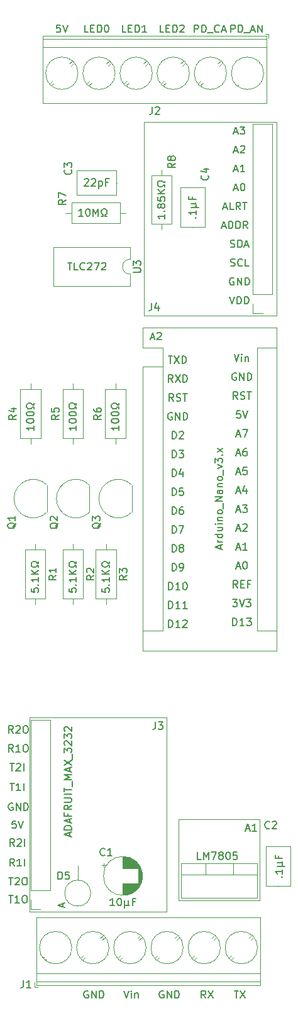
<source format=gbr>
%TF.GenerationSoftware,KiCad,Pcbnew,(6.0.5-0)*%
%TF.CreationDate,2022-08-16T12:13:12-04:00*%
%TF.ProjectId,Springer,53707269-6e67-4657-922e-6b696361645f,rev?*%
%TF.SameCoordinates,Original*%
%TF.FileFunction,Legend,Top*%
%TF.FilePolarity,Positive*%
%FSLAX46Y46*%
G04 Gerber Fmt 4.6, Leading zero omitted, Abs format (unit mm)*
G04 Created by KiCad (PCBNEW (6.0.5-0)) date 2022-08-16 12:13:12*
%MOMM*%
%LPD*%
G01*
G04 APERTURE LIST*
%ADD10C,0.120000*%
%ADD11C,0.150000*%
%ADD12C,0.130000*%
G04 APERTURE END LIST*
D10*
X51943000Y-166082500D02*
X33528000Y-166082500D01*
X33528000Y-166082500D02*
X33528000Y-139987500D01*
X33528000Y-139987500D02*
X51943000Y-139987500D01*
X51943000Y-139987500D02*
X51943000Y-166082500D01*
X53594000Y-164592000D02*
X64516000Y-164592000D01*
X64516000Y-164592000D02*
X64516000Y-153670000D01*
X64516000Y-153670000D02*
X53594000Y-153670000D01*
X53594000Y-153670000D02*
X53594000Y-164592000D01*
X48895000Y-85852000D02*
X66802000Y-85852000D01*
X66802000Y-85852000D02*
X66802000Y-59757000D01*
X66802000Y-59757000D02*
X48895000Y-59757000D01*
X48895000Y-59757000D02*
X48895000Y-85852000D01*
D11*
X59412400Y-73826666D02*
X59888591Y-73826666D01*
X59317162Y-74112380D02*
X59650496Y-73112380D01*
X59983829Y-74112380D01*
X60317162Y-74112380D02*
X60317162Y-73112380D01*
X60555257Y-73112380D01*
X60698115Y-73160000D01*
X60793353Y-73255238D01*
X60840972Y-73350476D01*
X60888591Y-73540952D01*
X60888591Y-73683809D01*
X60840972Y-73874285D01*
X60793353Y-73969523D01*
X60698115Y-74064761D01*
X60555257Y-74112380D01*
X60317162Y-74112380D01*
X61317162Y-74112380D02*
X61317162Y-73112380D01*
X61555257Y-73112380D01*
X61698115Y-73160000D01*
X61793353Y-73255238D01*
X61840972Y-73350476D01*
X61888591Y-73540952D01*
X61888591Y-73683809D01*
X61840972Y-73874285D01*
X61793353Y-73969523D01*
X61698115Y-74064761D01*
X61555257Y-74112380D01*
X61317162Y-74112380D01*
X62888591Y-74112380D02*
X62555257Y-73636190D01*
X62317162Y-74112380D02*
X62317162Y-73112380D01*
X62698115Y-73112380D01*
X62793353Y-73160000D01*
X62840972Y-73207619D01*
X62888591Y-73302857D01*
X62888591Y-73445714D01*
X62840972Y-73540952D01*
X62793353Y-73588571D01*
X62698115Y-73636190D01*
X62317162Y-73636190D01*
X61087095Y-176744380D02*
X61658523Y-176744380D01*
X61372809Y-177744380D02*
X61372809Y-176744380D01*
X61896619Y-176744380D02*
X62563285Y-177744380D01*
X62563285Y-176744380D02*
X61896619Y-177744380D01*
X52728904Y-117673380D02*
X52728904Y-116673380D01*
X52967000Y-116673380D01*
X53109857Y-116721000D01*
X53205095Y-116816238D01*
X53252714Y-116911476D01*
X53300333Y-117101952D01*
X53300333Y-117244809D01*
X53252714Y-117435285D01*
X53205095Y-117530523D01*
X53109857Y-117625761D01*
X52967000Y-117673380D01*
X52728904Y-117673380D01*
X53871761Y-117101952D02*
X53776523Y-117054333D01*
X53728904Y-117006714D01*
X53681285Y-116911476D01*
X53681285Y-116863857D01*
X53728904Y-116768619D01*
X53776523Y-116721000D01*
X53871761Y-116673380D01*
X54062238Y-116673380D01*
X54157476Y-116721000D01*
X54205095Y-116768619D01*
X54252714Y-116863857D01*
X54252714Y-116911476D01*
X54205095Y-117006714D01*
X54157476Y-117054333D01*
X54062238Y-117101952D01*
X53871761Y-117101952D01*
X53776523Y-117149571D01*
X53728904Y-117197190D01*
X53681285Y-117292428D01*
X53681285Y-117482904D01*
X53728904Y-117578142D01*
X53776523Y-117625761D01*
X53871761Y-117673380D01*
X54062238Y-117673380D01*
X54157476Y-117625761D01*
X54205095Y-117578142D01*
X54252714Y-117482904D01*
X54252714Y-117292428D01*
X54205095Y-117197190D01*
X54157476Y-117149571D01*
X54062238Y-117101952D01*
X52205095Y-91273380D02*
X52776523Y-91273380D01*
X52490809Y-92273380D02*
X52490809Y-91273380D01*
X53014619Y-91273380D02*
X53681285Y-92273380D01*
X53681285Y-91273380D02*
X53014619Y-92273380D01*
X54062238Y-92273380D02*
X54062238Y-91273380D01*
X54300333Y-91273380D01*
X54443190Y-91321000D01*
X54538428Y-91416238D01*
X54586047Y-91511476D01*
X54633666Y-91701952D01*
X54633666Y-91844809D01*
X54586047Y-92035285D01*
X54538428Y-92130523D01*
X54443190Y-92225761D01*
X54300333Y-92273380D01*
X54062238Y-92273380D01*
X60571210Y-76604761D02*
X60714067Y-76652380D01*
X60952162Y-76652380D01*
X61047400Y-76604761D01*
X61095019Y-76557142D01*
X61142638Y-76461904D01*
X61142638Y-76366666D01*
X61095019Y-76271428D01*
X61047400Y-76223809D01*
X60952162Y-76176190D01*
X60761686Y-76128571D01*
X60666448Y-76080952D01*
X60618829Y-76033333D01*
X60571210Y-75938095D01*
X60571210Y-75842857D01*
X60618829Y-75747619D01*
X60666448Y-75700000D01*
X60761686Y-75652380D01*
X60999781Y-75652380D01*
X61142638Y-75700000D01*
X61571210Y-76652380D02*
X61571210Y-75652380D01*
X61809305Y-75652380D01*
X61952162Y-75700000D01*
X62047400Y-75795238D01*
X62095019Y-75890476D01*
X62142638Y-76080952D01*
X62142638Y-76223809D01*
X62095019Y-76414285D01*
X62047400Y-76509523D01*
X61952162Y-76604761D01*
X61809305Y-76652380D01*
X61571210Y-76652380D01*
X62523591Y-76366666D02*
X62999781Y-76366666D01*
X62428353Y-76652380D02*
X62761686Y-75652380D01*
X63095019Y-76652380D01*
X52728904Y-110053380D02*
X52728904Y-109053380D01*
X52967000Y-109053380D01*
X53109857Y-109101000D01*
X53205095Y-109196238D01*
X53252714Y-109291476D01*
X53300333Y-109481952D01*
X53300333Y-109624809D01*
X53252714Y-109815285D01*
X53205095Y-109910523D01*
X53109857Y-110005761D01*
X52967000Y-110053380D01*
X52728904Y-110053380D01*
X54205095Y-109053380D02*
X53728904Y-109053380D01*
X53681285Y-109529571D01*
X53728904Y-109481952D01*
X53824142Y-109434333D01*
X54062238Y-109434333D01*
X54157476Y-109481952D01*
X54205095Y-109529571D01*
X54252714Y-109624809D01*
X54252714Y-109862904D01*
X54205095Y-109958142D01*
X54157476Y-110005761D01*
X54062238Y-110053380D01*
X53824142Y-110053380D01*
X53728904Y-110005761D01*
X53681285Y-109958142D01*
X61388714Y-117133666D02*
X61864904Y-117133666D01*
X61293476Y-117419380D02*
X61626809Y-116419380D01*
X61960142Y-117419380D01*
X62817285Y-117419380D02*
X62245857Y-117419380D01*
X62531571Y-117419380D02*
X62531571Y-116419380D01*
X62436333Y-116562238D01*
X62341095Y-116657476D01*
X62245857Y-116705095D01*
X52728904Y-115133380D02*
X52728904Y-114133380D01*
X52967000Y-114133380D01*
X53109857Y-114181000D01*
X53205095Y-114276238D01*
X53252714Y-114371476D01*
X53300333Y-114561952D01*
X53300333Y-114704809D01*
X53252714Y-114895285D01*
X53205095Y-114990523D01*
X53109857Y-115085761D01*
X52967000Y-115133380D01*
X52728904Y-115133380D01*
X53633666Y-114133380D02*
X54300333Y-114133380D01*
X53871761Y-115133380D01*
X41425952Y-47696380D02*
X40949761Y-47696380D01*
X40949761Y-46696380D01*
X41759285Y-47172571D02*
X42092619Y-47172571D01*
X42235476Y-47696380D02*
X41759285Y-47696380D01*
X41759285Y-46696380D01*
X42235476Y-46696380D01*
X42664047Y-47696380D02*
X42664047Y-46696380D01*
X42902142Y-46696380D01*
X43045000Y-46744000D01*
X43140238Y-46839238D01*
X43187857Y-46934476D01*
X43235476Y-47124952D01*
X43235476Y-47267809D01*
X43187857Y-47458285D01*
X43140238Y-47553523D01*
X43045000Y-47648761D01*
X42902142Y-47696380D01*
X42664047Y-47696380D01*
X43854523Y-46696380D02*
X43949761Y-46696380D01*
X44045000Y-46744000D01*
X44092619Y-46791619D01*
X44140238Y-46886857D01*
X44187857Y-47077333D01*
X44187857Y-47315428D01*
X44140238Y-47505904D01*
X44092619Y-47601142D01*
X44045000Y-47648761D01*
X43949761Y-47696380D01*
X43854523Y-47696380D01*
X43759285Y-47648761D01*
X43711666Y-47601142D01*
X43664047Y-47505904D01*
X43616428Y-47315428D01*
X43616428Y-47077333D01*
X43664047Y-46886857D01*
X43711666Y-46791619D01*
X43759285Y-46744000D01*
X43854523Y-46696380D01*
X61388714Y-106973666D02*
X61864904Y-106973666D01*
X61293476Y-107259380D02*
X61626809Y-106259380D01*
X61960142Y-107259380D01*
X62769666Y-106259380D02*
X62293476Y-106259380D01*
X62245857Y-106735571D01*
X62293476Y-106687952D01*
X62388714Y-106640333D01*
X62626809Y-106640333D01*
X62722047Y-106687952D01*
X62769666Y-106735571D01*
X62817285Y-106830809D01*
X62817285Y-107068904D01*
X62769666Y-107164142D01*
X62722047Y-107211761D01*
X62626809Y-107259380D01*
X62388714Y-107259380D01*
X62293476Y-107211761D01*
X62245857Y-107164142D01*
X61388714Y-119673666D02*
X61864904Y-119673666D01*
X61293476Y-119959380D02*
X61626809Y-118959380D01*
X61960142Y-119959380D01*
X62483952Y-118959380D02*
X62579190Y-118959380D01*
X62674428Y-119007000D01*
X62722047Y-119054619D01*
X62769666Y-119149857D01*
X62817285Y-119340333D01*
X62817285Y-119578428D01*
X62769666Y-119768904D01*
X62722047Y-119864142D01*
X62674428Y-119911761D01*
X62579190Y-119959380D01*
X62483952Y-119959380D01*
X62388714Y-119911761D01*
X62341095Y-119864142D01*
X62293476Y-119768904D01*
X62245857Y-119578428D01*
X62245857Y-119340333D01*
X62293476Y-119149857D01*
X62341095Y-119054619D01*
X62388714Y-119007000D01*
X62483952Y-118959380D01*
X61388714Y-101893666D02*
X61864904Y-101893666D01*
X61293476Y-102179380D02*
X61626809Y-101179380D01*
X61960142Y-102179380D01*
X62198238Y-101179380D02*
X62864904Y-101179380D01*
X62436333Y-102179380D01*
X51585952Y-47696380D02*
X51109761Y-47696380D01*
X51109761Y-46696380D01*
X51919285Y-47172571D02*
X52252619Y-47172571D01*
X52395476Y-47696380D02*
X51919285Y-47696380D01*
X51919285Y-46696380D01*
X52395476Y-46696380D01*
X52824047Y-47696380D02*
X52824047Y-46696380D01*
X53062142Y-46696380D01*
X53205000Y-46744000D01*
X53300238Y-46839238D01*
X53347857Y-46934476D01*
X53395476Y-47124952D01*
X53395476Y-47267809D01*
X53347857Y-47458285D01*
X53300238Y-47553523D01*
X53205000Y-47648761D01*
X53062142Y-47696380D01*
X52824047Y-47696380D01*
X53776428Y-46791619D02*
X53824047Y-46744000D01*
X53919285Y-46696380D01*
X54157380Y-46696380D01*
X54252619Y-46744000D01*
X54300238Y-46791619D01*
X54347857Y-46886857D01*
X54347857Y-46982095D01*
X54300238Y-47124952D01*
X53728809Y-47696380D01*
X54347857Y-47696380D01*
X51562095Y-176792000D02*
X51466857Y-176744380D01*
X51324000Y-176744380D01*
X51181142Y-176792000D01*
X51085904Y-176887238D01*
X51038285Y-176982476D01*
X50990666Y-177172952D01*
X50990666Y-177315809D01*
X51038285Y-177506285D01*
X51085904Y-177601523D01*
X51181142Y-177696761D01*
X51324000Y-177744380D01*
X51419238Y-177744380D01*
X51562095Y-177696761D01*
X51609714Y-177649142D01*
X51609714Y-177315809D01*
X51419238Y-177315809D01*
X52038285Y-177744380D02*
X52038285Y-176744380D01*
X52609714Y-177744380D01*
X52609714Y-176744380D01*
X53085904Y-177744380D02*
X53085904Y-176744380D01*
X53324000Y-176744380D01*
X53466857Y-176792000D01*
X53562095Y-176887238D01*
X53609714Y-176982476D01*
X53657333Y-177172952D01*
X53657333Y-177315809D01*
X53609714Y-177506285D01*
X53562095Y-177601523D01*
X53466857Y-177696761D01*
X53324000Y-177744380D01*
X53085904Y-177744380D01*
X31313523Y-144597380D02*
X30980190Y-144121190D01*
X30742095Y-144597380D02*
X30742095Y-143597380D01*
X31123047Y-143597380D01*
X31218285Y-143645000D01*
X31265904Y-143692619D01*
X31313523Y-143787857D01*
X31313523Y-143930714D01*
X31265904Y-144025952D01*
X31218285Y-144073571D01*
X31123047Y-144121190D01*
X30742095Y-144121190D01*
X32265904Y-144597380D02*
X31694476Y-144597380D01*
X31980190Y-144597380D02*
X31980190Y-143597380D01*
X31884952Y-143740238D01*
X31789714Y-143835476D01*
X31694476Y-143883095D01*
X32884952Y-143597380D02*
X33075428Y-143597380D01*
X33170666Y-143645000D01*
X33265904Y-143740238D01*
X33313523Y-143930714D01*
X33313523Y-144264047D01*
X33265904Y-144454523D01*
X33170666Y-144549761D01*
X33075428Y-144597380D01*
X32884952Y-144597380D01*
X32789714Y-144549761D01*
X32694476Y-144454523D01*
X32646857Y-144264047D01*
X32646857Y-143930714D01*
X32694476Y-143740238D01*
X32789714Y-143645000D01*
X32884952Y-143597380D01*
X61071210Y-63666666D02*
X61547400Y-63666666D01*
X60975972Y-63952380D02*
X61309305Y-62952380D01*
X61642638Y-63952380D01*
X61928353Y-63047619D02*
X61975972Y-63000000D01*
X62071210Y-62952380D01*
X62309305Y-62952380D01*
X62404543Y-63000000D01*
X62452162Y-63047619D01*
X62499781Y-63142857D01*
X62499781Y-63238095D01*
X62452162Y-63380952D01*
X61880734Y-63952380D01*
X62499781Y-63952380D01*
X60452162Y-83272380D02*
X60785496Y-84272380D01*
X61118829Y-83272380D01*
X61452162Y-84272380D02*
X61452162Y-83272380D01*
X61690257Y-83272380D01*
X61833115Y-83320000D01*
X61928353Y-83415238D01*
X61975972Y-83510476D01*
X62023591Y-83700952D01*
X62023591Y-83843809D01*
X61975972Y-84034285D01*
X61928353Y-84129523D01*
X61833115Y-84224761D01*
X61690257Y-84272380D01*
X61452162Y-84272380D01*
X62452162Y-84272380D02*
X62452162Y-83272380D01*
X62690257Y-83272380D01*
X62833115Y-83320000D01*
X62928353Y-83415238D01*
X62975972Y-83510476D01*
X63023591Y-83700952D01*
X63023591Y-83843809D01*
X62975972Y-84034285D01*
X62928353Y-84129523D01*
X62833115Y-84224761D01*
X62690257Y-84272380D01*
X62452162Y-84272380D01*
X57237333Y-177744380D02*
X56904000Y-177268190D01*
X56665904Y-177744380D02*
X56665904Y-176744380D01*
X57046857Y-176744380D01*
X57142095Y-176792000D01*
X57189714Y-176839619D01*
X57237333Y-176934857D01*
X57237333Y-177077714D01*
X57189714Y-177172952D01*
X57142095Y-177220571D01*
X57046857Y-177268190D01*
X56665904Y-177268190D01*
X57570666Y-176744380D02*
X58237333Y-177744380D01*
X58237333Y-176744380D02*
X57570666Y-177744380D01*
X61023591Y-80780000D02*
X60928353Y-80732380D01*
X60785496Y-80732380D01*
X60642638Y-80780000D01*
X60547400Y-80875238D01*
X60499781Y-80970476D01*
X60452162Y-81160952D01*
X60452162Y-81303809D01*
X60499781Y-81494285D01*
X60547400Y-81589523D01*
X60642638Y-81684761D01*
X60785496Y-81732380D01*
X60880734Y-81732380D01*
X61023591Y-81684761D01*
X61071210Y-81637142D01*
X61071210Y-81303809D01*
X60880734Y-81303809D01*
X61499781Y-81732380D02*
X61499781Y-80732380D01*
X62071210Y-81732380D01*
X62071210Y-80732380D01*
X62547400Y-81732380D02*
X62547400Y-80732380D01*
X62785496Y-80732380D01*
X62928353Y-80780000D01*
X63023591Y-80875238D01*
X63071210Y-80970476D01*
X63118829Y-81160952D01*
X63118829Y-81303809D01*
X63071210Y-81494285D01*
X63023591Y-81589523D01*
X62928353Y-81684761D01*
X62785496Y-81732380D01*
X62547400Y-81732380D01*
X61388714Y-104433666D02*
X61864904Y-104433666D01*
X61293476Y-104719380D02*
X61626809Y-103719380D01*
X61960142Y-104719380D01*
X62722047Y-103719380D02*
X62531571Y-103719380D01*
X62436333Y-103767000D01*
X62388714Y-103814619D01*
X62293476Y-103957476D01*
X62245857Y-104147952D01*
X62245857Y-104528904D01*
X62293476Y-104624142D01*
X62341095Y-104671761D01*
X62436333Y-104719380D01*
X62626809Y-104719380D01*
X62722047Y-104671761D01*
X62769666Y-104624142D01*
X62817285Y-104528904D01*
X62817285Y-104290809D01*
X62769666Y-104195571D01*
X62722047Y-104147952D01*
X62626809Y-104100333D01*
X62436333Y-104100333D01*
X62341095Y-104147952D01*
X62293476Y-104195571D01*
X62245857Y-104290809D01*
X60642761Y-47696380D02*
X60642761Y-46696380D01*
X61023714Y-46696380D01*
X61118952Y-46744000D01*
X61166571Y-46791619D01*
X61214190Y-46886857D01*
X61214190Y-47029714D01*
X61166571Y-47124952D01*
X61118952Y-47172571D01*
X61023714Y-47220190D01*
X60642761Y-47220190D01*
X61642761Y-47696380D02*
X61642761Y-46696380D01*
X61880857Y-46696380D01*
X62023714Y-46744000D01*
X62118952Y-46839238D01*
X62166571Y-46934476D01*
X62214190Y-47124952D01*
X62214190Y-47267809D01*
X62166571Y-47458285D01*
X62118952Y-47553523D01*
X62023714Y-47648761D01*
X61880857Y-47696380D01*
X61642761Y-47696380D01*
X62404666Y-47791619D02*
X63166571Y-47791619D01*
X63357047Y-47410666D02*
X63833238Y-47410666D01*
X63261809Y-47696380D02*
X63595142Y-46696380D01*
X63928476Y-47696380D01*
X64261809Y-47696380D02*
X64261809Y-46696380D01*
X64833238Y-47696380D01*
X64833238Y-46696380D01*
X31686523Y-153884380D02*
X31210333Y-153884380D01*
X31162714Y-154360571D01*
X31210333Y-154312952D01*
X31305571Y-154265333D01*
X31543666Y-154265333D01*
X31638904Y-154312952D01*
X31686523Y-154360571D01*
X31734142Y-154455809D01*
X31734142Y-154693904D01*
X31686523Y-154789142D01*
X31638904Y-154836761D01*
X31543666Y-154884380D01*
X31305571Y-154884380D01*
X31210333Y-154836761D01*
X31162714Y-154789142D01*
X32019857Y-153884380D02*
X32353190Y-154884380D01*
X32686523Y-153884380D01*
X41402095Y-176792000D02*
X41306857Y-176744380D01*
X41164000Y-176744380D01*
X41021142Y-176792000D01*
X40925904Y-176887238D01*
X40878285Y-176982476D01*
X40830666Y-177172952D01*
X40830666Y-177315809D01*
X40878285Y-177506285D01*
X40925904Y-177601523D01*
X41021142Y-177696761D01*
X41164000Y-177744380D01*
X41259238Y-177744380D01*
X41402095Y-177696761D01*
X41449714Y-177649142D01*
X41449714Y-177315809D01*
X41259238Y-177315809D01*
X41878285Y-177744380D02*
X41878285Y-176744380D01*
X42449714Y-177744380D01*
X42449714Y-176744380D01*
X42925904Y-177744380D02*
X42925904Y-176744380D01*
X43164000Y-176744380D01*
X43306857Y-176792000D01*
X43402095Y-176887238D01*
X43449714Y-176982476D01*
X43497333Y-177172952D01*
X43497333Y-177315809D01*
X43449714Y-177506285D01*
X43402095Y-177601523D01*
X43306857Y-177696761D01*
X43164000Y-177744380D01*
X42925904Y-177744380D01*
X31472238Y-159964380D02*
X31138904Y-159488190D01*
X30900809Y-159964380D02*
X30900809Y-158964380D01*
X31281761Y-158964380D01*
X31377000Y-159012000D01*
X31424619Y-159059619D01*
X31472238Y-159154857D01*
X31472238Y-159297714D01*
X31424619Y-159392952D01*
X31377000Y-159440571D01*
X31281761Y-159488190D01*
X30900809Y-159488190D01*
X32424619Y-159964380D02*
X31853190Y-159964380D01*
X32138904Y-159964380D02*
X32138904Y-158964380D01*
X32043666Y-159107238D01*
X31948428Y-159202476D01*
X31853190Y-159250095D01*
X32853190Y-159964380D02*
X32853190Y-158964380D01*
X52705095Y-98941000D02*
X52609857Y-98893380D01*
X52467000Y-98893380D01*
X52324142Y-98941000D01*
X52228904Y-99036238D01*
X52181285Y-99131476D01*
X52133666Y-99321952D01*
X52133666Y-99464809D01*
X52181285Y-99655285D01*
X52228904Y-99750523D01*
X52324142Y-99845761D01*
X52467000Y-99893380D01*
X52562238Y-99893380D01*
X52705095Y-99845761D01*
X52752714Y-99798142D01*
X52752714Y-99464809D01*
X52562238Y-99464809D01*
X53181285Y-99893380D02*
X53181285Y-98893380D01*
X53752714Y-99893380D01*
X53752714Y-98893380D01*
X54228904Y-99893380D02*
X54228904Y-98893380D01*
X54467000Y-98893380D01*
X54609857Y-98941000D01*
X54705095Y-99036238D01*
X54752714Y-99131476D01*
X54800333Y-99321952D01*
X54800333Y-99464809D01*
X54752714Y-99655285D01*
X54705095Y-99750523D01*
X54609857Y-99845761D01*
X54467000Y-99893380D01*
X54228904Y-99893380D01*
X37655523Y-46696380D02*
X37179333Y-46696380D01*
X37131714Y-47172571D01*
X37179333Y-47124952D01*
X37274571Y-47077333D01*
X37512666Y-47077333D01*
X37607904Y-47124952D01*
X37655523Y-47172571D01*
X37703142Y-47267809D01*
X37703142Y-47505904D01*
X37655523Y-47601142D01*
X37607904Y-47648761D01*
X37512666Y-47696380D01*
X37274571Y-47696380D01*
X37179333Y-47648761D01*
X37131714Y-47601142D01*
X37988857Y-46696380D02*
X38322190Y-47696380D01*
X38655523Y-46696380D01*
X61079190Y-91019380D02*
X61412523Y-92019380D01*
X61745857Y-91019380D01*
X62079190Y-92019380D02*
X62079190Y-91352714D01*
X62079190Y-91019380D02*
X62031571Y-91067000D01*
X62079190Y-91114619D01*
X62126809Y-91067000D01*
X62079190Y-91019380D01*
X62079190Y-91114619D01*
X62555380Y-91352714D02*
X62555380Y-92019380D01*
X62555380Y-91447952D02*
X62603000Y-91400333D01*
X62698238Y-91352714D01*
X62841095Y-91352714D01*
X62936333Y-91400333D01*
X62983952Y-91495571D01*
X62983952Y-92019380D01*
X61071210Y-68746666D02*
X61547400Y-68746666D01*
X60975972Y-69032380D02*
X61309305Y-68032380D01*
X61642638Y-69032380D01*
X62166448Y-68032380D02*
X62261686Y-68032380D01*
X62356924Y-68080000D01*
X62404543Y-68127619D01*
X62452162Y-68222857D01*
X62499781Y-68413333D01*
X62499781Y-68651428D01*
X62452162Y-68841904D01*
X62404543Y-68937142D01*
X62356924Y-68984761D01*
X62261686Y-69032380D01*
X62166448Y-69032380D01*
X62071210Y-68984761D01*
X62023591Y-68937142D01*
X61975972Y-68841904D01*
X61928353Y-68651428D01*
X61928353Y-68413333D01*
X61975972Y-68222857D01*
X62023591Y-68127619D01*
X62071210Y-68080000D01*
X62166448Y-68032380D01*
X52728904Y-104973380D02*
X52728904Y-103973380D01*
X52967000Y-103973380D01*
X53109857Y-104021000D01*
X53205095Y-104116238D01*
X53252714Y-104211476D01*
X53300333Y-104401952D01*
X53300333Y-104544809D01*
X53252714Y-104735285D01*
X53205095Y-104830523D01*
X53109857Y-104925761D01*
X52967000Y-104973380D01*
X52728904Y-104973380D01*
X53633666Y-103973380D02*
X54252714Y-103973380D01*
X53919380Y-104354333D01*
X54062238Y-104354333D01*
X54157476Y-104401952D01*
X54205095Y-104449571D01*
X54252714Y-104544809D01*
X54252714Y-104782904D01*
X54205095Y-104878142D01*
X54157476Y-104925761D01*
X54062238Y-104973380D01*
X53776523Y-104973380D01*
X53681285Y-104925761D01*
X53633666Y-104878142D01*
X61388714Y-112053666D02*
X61864904Y-112053666D01*
X61293476Y-112339380D02*
X61626809Y-111339380D01*
X61960142Y-112339380D01*
X62198238Y-111339380D02*
X62817285Y-111339380D01*
X62483952Y-111720333D01*
X62626809Y-111720333D01*
X62722047Y-111767952D01*
X62769666Y-111815571D01*
X62817285Y-111910809D01*
X62817285Y-112148904D01*
X62769666Y-112244142D01*
X62722047Y-112291761D01*
X62626809Y-112339380D01*
X62341095Y-112339380D01*
X62245857Y-112291761D01*
X62198238Y-112244142D01*
X31313523Y-142057380D02*
X30980190Y-141581190D01*
X30742095Y-142057380D02*
X30742095Y-141057380D01*
X31123047Y-141057380D01*
X31218285Y-141105000D01*
X31265904Y-141152619D01*
X31313523Y-141247857D01*
X31313523Y-141390714D01*
X31265904Y-141485952D01*
X31218285Y-141533571D01*
X31123047Y-141581190D01*
X30742095Y-141581190D01*
X31694476Y-141152619D02*
X31742095Y-141105000D01*
X31837333Y-141057380D01*
X32075428Y-141057380D01*
X32170666Y-141105000D01*
X32218285Y-141152619D01*
X32265904Y-141247857D01*
X32265904Y-141343095D01*
X32218285Y-141485952D01*
X31646857Y-142057380D01*
X32265904Y-142057380D01*
X32884952Y-141057380D02*
X33075428Y-141057380D01*
X33170666Y-141105000D01*
X33265904Y-141200238D01*
X33313523Y-141390714D01*
X33313523Y-141724047D01*
X33265904Y-141914523D01*
X33170666Y-142009761D01*
X33075428Y-142057380D01*
X32884952Y-142057380D01*
X32789714Y-142009761D01*
X32694476Y-141914523D01*
X32646857Y-141724047D01*
X32646857Y-141390714D01*
X32694476Y-141200238D01*
X32789714Y-141105000D01*
X32884952Y-141057380D01*
X52252714Y-127833380D02*
X52252714Y-126833380D01*
X52490809Y-126833380D01*
X52633666Y-126881000D01*
X52728904Y-126976238D01*
X52776523Y-127071476D01*
X52824142Y-127261952D01*
X52824142Y-127404809D01*
X52776523Y-127595285D01*
X52728904Y-127690523D01*
X52633666Y-127785761D01*
X52490809Y-127833380D01*
X52252714Y-127833380D01*
X53776523Y-127833380D02*
X53205095Y-127833380D01*
X53490809Y-127833380D02*
X53490809Y-126833380D01*
X53395571Y-126976238D01*
X53300333Y-127071476D01*
X53205095Y-127119095D01*
X54157476Y-126928619D02*
X54205095Y-126881000D01*
X54300333Y-126833380D01*
X54538428Y-126833380D01*
X54633666Y-126881000D01*
X54681285Y-126928619D01*
X54728904Y-127023857D01*
X54728904Y-127119095D01*
X54681285Y-127261952D01*
X54109857Y-127833380D01*
X54728904Y-127833380D01*
D12*
X31242095Y-151519000D02*
X31146857Y-151471380D01*
X31004000Y-151471380D01*
X30861142Y-151519000D01*
X30765904Y-151614238D01*
X30718285Y-151709476D01*
X30670666Y-151899952D01*
X30670666Y-152042809D01*
X30718285Y-152233285D01*
X30765904Y-152328523D01*
X30861142Y-152423761D01*
X31004000Y-152471380D01*
X31099238Y-152471380D01*
X31242095Y-152423761D01*
X31289714Y-152376142D01*
X31289714Y-152042809D01*
X31099238Y-152042809D01*
X31718285Y-152471380D02*
X31718285Y-151471380D01*
X32289714Y-152471380D01*
X32289714Y-151471380D01*
X32765904Y-152471380D02*
X32765904Y-151471380D01*
X33004000Y-151471380D01*
X33146857Y-151519000D01*
X33242095Y-151614238D01*
X33289714Y-151709476D01*
X33337333Y-151899952D01*
X33337333Y-152042809D01*
X33289714Y-152233285D01*
X33242095Y-152328523D01*
X33146857Y-152423761D01*
X33004000Y-152471380D01*
X32765904Y-152471380D01*
D11*
X61341095Y-93607000D02*
X61245857Y-93559380D01*
X61103000Y-93559380D01*
X60960142Y-93607000D01*
X60864904Y-93702238D01*
X60817285Y-93797476D01*
X60769666Y-93987952D01*
X60769666Y-94130809D01*
X60817285Y-94321285D01*
X60864904Y-94416523D01*
X60960142Y-94511761D01*
X61103000Y-94559380D01*
X61198238Y-94559380D01*
X61341095Y-94511761D01*
X61388714Y-94464142D01*
X61388714Y-94130809D01*
X61198238Y-94130809D01*
X61817285Y-94559380D02*
X61817285Y-93559380D01*
X62388714Y-94559380D01*
X62388714Y-93559380D01*
X62864904Y-94559380D02*
X62864904Y-93559380D01*
X63103000Y-93559380D01*
X63245857Y-93607000D01*
X63341095Y-93702238D01*
X63388714Y-93797476D01*
X63436333Y-93987952D01*
X63436333Y-94130809D01*
X63388714Y-94321285D01*
X63341095Y-94416523D01*
X63245857Y-94511761D01*
X63103000Y-94559380D01*
X62864904Y-94559380D01*
X61388714Y-109513666D02*
X61864904Y-109513666D01*
X61293476Y-109799380D02*
X61626809Y-108799380D01*
X61960142Y-109799380D01*
X62722047Y-109132714D02*
X62722047Y-109799380D01*
X62483952Y-108751761D02*
X62245857Y-109466047D01*
X62864904Y-109466047D01*
X52252714Y-125293380D02*
X52252714Y-124293380D01*
X52490809Y-124293380D01*
X52633666Y-124341000D01*
X52728904Y-124436238D01*
X52776523Y-124531476D01*
X52824142Y-124721952D01*
X52824142Y-124864809D01*
X52776523Y-125055285D01*
X52728904Y-125150523D01*
X52633666Y-125245761D01*
X52490809Y-125293380D01*
X52252714Y-125293380D01*
X53776523Y-125293380D02*
X53205095Y-125293380D01*
X53490809Y-125293380D02*
X53490809Y-124293380D01*
X53395571Y-124436238D01*
X53300333Y-124531476D01*
X53205095Y-124579095D01*
X54728904Y-125293380D02*
X54157476Y-125293380D01*
X54443190Y-125293380D02*
X54443190Y-124293380D01*
X54347952Y-124436238D01*
X54252714Y-124531476D01*
X54157476Y-124579095D01*
X52919380Y-97353380D02*
X52586047Y-96877190D01*
X52347952Y-97353380D02*
X52347952Y-96353380D01*
X52728904Y-96353380D01*
X52824142Y-96401000D01*
X52871761Y-96448619D01*
X52919380Y-96543857D01*
X52919380Y-96686714D01*
X52871761Y-96781952D01*
X52824142Y-96829571D01*
X52728904Y-96877190D01*
X52347952Y-96877190D01*
X53300333Y-97305761D02*
X53443190Y-97353380D01*
X53681285Y-97353380D01*
X53776523Y-97305761D01*
X53824142Y-97258142D01*
X53871761Y-97162904D01*
X53871761Y-97067666D01*
X53824142Y-96972428D01*
X53776523Y-96924809D01*
X53681285Y-96877190D01*
X53490809Y-96829571D01*
X53395571Y-96781952D01*
X53347952Y-96734333D01*
X53300333Y-96639095D01*
X53300333Y-96543857D01*
X53347952Y-96448619D01*
X53395571Y-96401000D01*
X53490809Y-96353380D01*
X53728904Y-96353380D01*
X53871761Y-96401000D01*
X54157476Y-96353380D02*
X54728904Y-96353380D01*
X54443190Y-97353380D02*
X54443190Y-96353380D01*
X55713571Y-47696380D02*
X55713571Y-46696380D01*
X56094523Y-46696380D01*
X56189761Y-46744000D01*
X56237380Y-46791619D01*
X56285000Y-46886857D01*
X56285000Y-47029714D01*
X56237380Y-47124952D01*
X56189761Y-47172571D01*
X56094523Y-47220190D01*
X55713571Y-47220190D01*
X56713571Y-47696380D02*
X56713571Y-46696380D01*
X56951666Y-46696380D01*
X57094523Y-46744000D01*
X57189761Y-46839238D01*
X57237380Y-46934476D01*
X57285000Y-47124952D01*
X57285000Y-47267809D01*
X57237380Y-47458285D01*
X57189761Y-47553523D01*
X57094523Y-47648761D01*
X56951666Y-47696380D01*
X56713571Y-47696380D01*
X57475476Y-47791619D02*
X58237380Y-47791619D01*
X59046904Y-47601142D02*
X58999285Y-47648761D01*
X58856428Y-47696380D01*
X58761190Y-47696380D01*
X58618333Y-47648761D01*
X58523095Y-47553523D01*
X58475476Y-47458285D01*
X58427857Y-47267809D01*
X58427857Y-47124952D01*
X58475476Y-46934476D01*
X58523095Y-46839238D01*
X58618333Y-46744000D01*
X58761190Y-46696380D01*
X58856428Y-46696380D01*
X58999285Y-46744000D01*
X59046904Y-46791619D01*
X59427857Y-47410666D02*
X59904047Y-47410666D01*
X59332619Y-47696380D02*
X59665952Y-46696380D01*
X59999285Y-47696380D01*
X30718285Y-161504380D02*
X31289714Y-161504380D01*
X31004000Y-162504380D02*
X31004000Y-161504380D01*
X31575428Y-161599619D02*
X31623047Y-161552000D01*
X31718285Y-161504380D01*
X31956380Y-161504380D01*
X32051619Y-161552000D01*
X32099238Y-161599619D01*
X32146857Y-161694857D01*
X32146857Y-161790095D01*
X32099238Y-161932952D01*
X31527809Y-162504380D01*
X32146857Y-162504380D01*
X32765904Y-161504380D02*
X32956380Y-161504380D01*
X33051619Y-161552000D01*
X33146857Y-161647238D01*
X33194476Y-161837714D01*
X33194476Y-162171047D01*
X33146857Y-162361523D01*
X33051619Y-162456761D01*
X32956380Y-162504380D01*
X32765904Y-162504380D01*
X32670666Y-162456761D01*
X32575428Y-162361523D01*
X32527809Y-162171047D01*
X32527809Y-161837714D01*
X32575428Y-161647238D01*
X32670666Y-161552000D01*
X32765904Y-161504380D01*
X30877000Y-148804380D02*
X31448428Y-148804380D01*
X31162714Y-149804380D02*
X31162714Y-148804380D01*
X32305571Y-149804380D02*
X31734142Y-149804380D01*
X32019857Y-149804380D02*
X32019857Y-148804380D01*
X31924619Y-148947238D01*
X31829380Y-149042476D01*
X31734142Y-149090095D01*
X32734142Y-149804380D02*
X32734142Y-148804380D01*
X52728904Y-102433380D02*
X52728904Y-101433380D01*
X52967000Y-101433380D01*
X53109857Y-101481000D01*
X53205095Y-101576238D01*
X53252714Y-101671476D01*
X53300333Y-101861952D01*
X53300333Y-102004809D01*
X53252714Y-102195285D01*
X53205095Y-102290523D01*
X53109857Y-102385761D01*
X52967000Y-102433380D01*
X52728904Y-102433380D01*
X53681285Y-101528619D02*
X53728904Y-101481000D01*
X53824142Y-101433380D01*
X54062238Y-101433380D01*
X54157476Y-101481000D01*
X54205095Y-101528619D01*
X54252714Y-101623857D01*
X54252714Y-101719095D01*
X54205095Y-101861952D01*
X53633666Y-102433380D01*
X54252714Y-102433380D01*
X60864904Y-124039380D02*
X61483952Y-124039380D01*
X61150619Y-124420333D01*
X61293476Y-124420333D01*
X61388714Y-124467952D01*
X61436333Y-124515571D01*
X61483952Y-124610809D01*
X61483952Y-124848904D01*
X61436333Y-124944142D01*
X61388714Y-124991761D01*
X61293476Y-125039380D01*
X61007761Y-125039380D01*
X60912523Y-124991761D01*
X60864904Y-124944142D01*
X61769666Y-124039380D02*
X62103000Y-125039380D01*
X62436333Y-124039380D01*
X62674428Y-124039380D02*
X63293476Y-124039380D01*
X62960142Y-124420333D01*
X63103000Y-124420333D01*
X63198238Y-124467952D01*
X63245857Y-124515571D01*
X63293476Y-124610809D01*
X63293476Y-124848904D01*
X63245857Y-124944142D01*
X63198238Y-124991761D01*
X63103000Y-125039380D01*
X62817285Y-125039380D01*
X62722047Y-124991761D01*
X62674428Y-124944142D01*
X52800333Y-94813380D02*
X52467000Y-94337190D01*
X52228904Y-94813380D02*
X52228904Y-93813380D01*
X52609857Y-93813380D01*
X52705095Y-93861000D01*
X52752714Y-93908619D01*
X52800333Y-94003857D01*
X52800333Y-94146714D01*
X52752714Y-94241952D01*
X52705095Y-94289571D01*
X52609857Y-94337190D01*
X52228904Y-94337190D01*
X53133666Y-93813380D02*
X53800333Y-94813380D01*
X53800333Y-93813380D02*
X53133666Y-94813380D01*
X54181285Y-94813380D02*
X54181285Y-93813380D01*
X54419380Y-93813380D01*
X54562238Y-93861000D01*
X54657476Y-93956238D01*
X54705095Y-94051476D01*
X54752714Y-94241952D01*
X54752714Y-94384809D01*
X54705095Y-94575285D01*
X54657476Y-94670523D01*
X54562238Y-94765761D01*
X54419380Y-94813380D01*
X54181285Y-94813380D01*
X46505952Y-47696380D02*
X46029761Y-47696380D01*
X46029761Y-46696380D01*
X46839285Y-47172571D02*
X47172619Y-47172571D01*
X47315476Y-47696380D02*
X46839285Y-47696380D01*
X46839285Y-46696380D01*
X47315476Y-46696380D01*
X47744047Y-47696380D02*
X47744047Y-46696380D01*
X47982142Y-46696380D01*
X48125000Y-46744000D01*
X48220238Y-46839238D01*
X48267857Y-46934476D01*
X48315476Y-47124952D01*
X48315476Y-47267809D01*
X48267857Y-47458285D01*
X48220238Y-47553523D01*
X48125000Y-47648761D01*
X47982142Y-47696380D01*
X47744047Y-47696380D01*
X49267857Y-47696380D02*
X48696428Y-47696380D01*
X48982142Y-47696380D02*
X48982142Y-46696380D01*
X48886904Y-46839238D01*
X48791666Y-46934476D01*
X48696428Y-46982095D01*
X60595019Y-79144761D02*
X60737876Y-79192380D01*
X60975972Y-79192380D01*
X61071210Y-79144761D01*
X61118829Y-79097142D01*
X61166448Y-79001904D01*
X61166448Y-78906666D01*
X61118829Y-78811428D01*
X61071210Y-78763809D01*
X60975972Y-78716190D01*
X60785496Y-78668571D01*
X60690257Y-78620952D01*
X60642638Y-78573333D01*
X60595019Y-78478095D01*
X60595019Y-78382857D01*
X60642638Y-78287619D01*
X60690257Y-78240000D01*
X60785496Y-78192380D01*
X61023591Y-78192380D01*
X61166448Y-78240000D01*
X62166448Y-79097142D02*
X62118829Y-79144761D01*
X61975972Y-79192380D01*
X61880734Y-79192380D01*
X61737876Y-79144761D01*
X61642638Y-79049523D01*
X61595019Y-78954285D01*
X61547400Y-78763809D01*
X61547400Y-78620952D01*
X61595019Y-78430476D01*
X61642638Y-78335238D01*
X61737876Y-78240000D01*
X61880734Y-78192380D01*
X61975972Y-78192380D01*
X62118829Y-78240000D01*
X62166448Y-78287619D01*
X63071210Y-79192380D02*
X62595019Y-79192380D01*
X62595019Y-78192380D01*
X61555380Y-97099380D02*
X61222047Y-96623190D01*
X60983952Y-97099380D02*
X60983952Y-96099380D01*
X61364904Y-96099380D01*
X61460142Y-96147000D01*
X61507761Y-96194619D01*
X61555380Y-96289857D01*
X61555380Y-96432714D01*
X61507761Y-96527952D01*
X61460142Y-96575571D01*
X61364904Y-96623190D01*
X60983952Y-96623190D01*
X61936333Y-97051761D02*
X62079190Y-97099380D01*
X62317285Y-97099380D01*
X62412523Y-97051761D01*
X62460142Y-97004142D01*
X62507761Y-96908904D01*
X62507761Y-96813666D01*
X62460142Y-96718428D01*
X62412523Y-96670809D01*
X62317285Y-96623190D01*
X62126809Y-96575571D01*
X62031571Y-96527952D01*
X61983952Y-96480333D01*
X61936333Y-96385095D01*
X61936333Y-96289857D01*
X61983952Y-96194619D01*
X62031571Y-96147000D01*
X62126809Y-96099380D01*
X62364904Y-96099380D01*
X62507761Y-96147000D01*
X62793476Y-96099380D02*
X63364904Y-96099380D01*
X63079190Y-97099380D02*
X63079190Y-96099380D01*
X59626686Y-71286666D02*
X60102876Y-71286666D01*
X59531448Y-71572380D02*
X59864781Y-70572380D01*
X60198115Y-71572380D01*
X61007638Y-71572380D02*
X60531448Y-71572380D01*
X60531448Y-70572380D01*
X61912400Y-71572380D02*
X61579067Y-71096190D01*
X61340972Y-71572380D02*
X61340972Y-70572380D01*
X61721924Y-70572380D01*
X61817162Y-70620000D01*
X61864781Y-70667619D01*
X61912400Y-70762857D01*
X61912400Y-70905714D01*
X61864781Y-71000952D01*
X61817162Y-71048571D01*
X61721924Y-71096190D01*
X61340972Y-71096190D01*
X62198115Y-70572380D02*
X62769543Y-70572380D01*
X62483829Y-71572380D02*
X62483829Y-70572380D01*
X52728904Y-112593380D02*
X52728904Y-111593380D01*
X52967000Y-111593380D01*
X53109857Y-111641000D01*
X53205095Y-111736238D01*
X53252714Y-111831476D01*
X53300333Y-112021952D01*
X53300333Y-112164809D01*
X53252714Y-112355285D01*
X53205095Y-112450523D01*
X53109857Y-112545761D01*
X52967000Y-112593380D01*
X52728904Y-112593380D01*
X54157476Y-111593380D02*
X53967000Y-111593380D01*
X53871761Y-111641000D01*
X53824142Y-111688619D01*
X53728904Y-111831476D01*
X53681285Y-112021952D01*
X53681285Y-112402904D01*
X53728904Y-112498142D01*
X53776523Y-112545761D01*
X53871761Y-112593380D01*
X54062238Y-112593380D01*
X54157476Y-112545761D01*
X54205095Y-112498142D01*
X54252714Y-112402904D01*
X54252714Y-112164809D01*
X54205095Y-112069571D01*
X54157476Y-112021952D01*
X54062238Y-111974333D01*
X53871761Y-111974333D01*
X53776523Y-112021952D01*
X53728904Y-112069571D01*
X53681285Y-112164809D01*
X52728904Y-107513380D02*
X52728904Y-106513380D01*
X52967000Y-106513380D01*
X53109857Y-106561000D01*
X53205095Y-106656238D01*
X53252714Y-106751476D01*
X53300333Y-106941952D01*
X53300333Y-107084809D01*
X53252714Y-107275285D01*
X53205095Y-107370523D01*
X53109857Y-107465761D01*
X52967000Y-107513380D01*
X52728904Y-107513380D01*
X54157476Y-106846714D02*
X54157476Y-107513380D01*
X53919380Y-106465761D02*
X53681285Y-107180047D01*
X54300333Y-107180047D01*
X61071210Y-61126666D02*
X61547400Y-61126666D01*
X60975972Y-61412380D02*
X61309305Y-60412380D01*
X61642638Y-61412380D01*
X61880734Y-60412380D02*
X62499781Y-60412380D01*
X62166448Y-60793333D01*
X62309305Y-60793333D01*
X62404543Y-60840952D01*
X62452162Y-60888571D01*
X62499781Y-60983809D01*
X62499781Y-61221904D01*
X62452162Y-61317142D01*
X62404543Y-61364761D01*
X62309305Y-61412380D01*
X62023591Y-61412380D01*
X61928353Y-61364761D01*
X61880734Y-61317142D01*
X61531571Y-122499380D02*
X61198238Y-122023190D01*
X60960142Y-122499380D02*
X60960142Y-121499380D01*
X61341095Y-121499380D01*
X61436333Y-121547000D01*
X61483952Y-121594619D01*
X61531571Y-121689857D01*
X61531571Y-121832714D01*
X61483952Y-121927952D01*
X61436333Y-121975571D01*
X61341095Y-122023190D01*
X60960142Y-122023190D01*
X61960142Y-121975571D02*
X62293476Y-121975571D01*
X62436333Y-122499380D02*
X61960142Y-122499380D01*
X61960142Y-121499380D01*
X62436333Y-121499380D01*
X63198238Y-121975571D02*
X62864904Y-121975571D01*
X62864904Y-122499380D02*
X62864904Y-121499380D01*
X63341095Y-121499380D01*
X60888714Y-127579380D02*
X60888714Y-126579380D01*
X61126809Y-126579380D01*
X61269666Y-126627000D01*
X61364904Y-126722238D01*
X61412523Y-126817476D01*
X61460142Y-127007952D01*
X61460142Y-127150809D01*
X61412523Y-127341285D01*
X61364904Y-127436523D01*
X61269666Y-127531761D01*
X61126809Y-127579380D01*
X60888714Y-127579380D01*
X62412523Y-127579380D02*
X61841095Y-127579380D01*
X62126809Y-127579380D02*
X62126809Y-126579380D01*
X62031571Y-126722238D01*
X61936333Y-126817476D01*
X61841095Y-126865095D01*
X62745857Y-126579380D02*
X63364904Y-126579380D01*
X63031571Y-126960333D01*
X63174428Y-126960333D01*
X63269666Y-127007952D01*
X63317285Y-127055571D01*
X63364904Y-127150809D01*
X63364904Y-127388904D01*
X63317285Y-127484142D01*
X63269666Y-127531761D01*
X63174428Y-127579380D01*
X62888714Y-127579380D01*
X62793476Y-127531761D01*
X62745857Y-127484142D01*
X52728904Y-120213380D02*
X52728904Y-119213380D01*
X52967000Y-119213380D01*
X53109857Y-119261000D01*
X53205095Y-119356238D01*
X53252714Y-119451476D01*
X53300333Y-119641952D01*
X53300333Y-119784809D01*
X53252714Y-119975285D01*
X53205095Y-120070523D01*
X53109857Y-120165761D01*
X52967000Y-120213380D01*
X52728904Y-120213380D01*
X53776523Y-120213380D02*
X53967000Y-120213380D01*
X54062238Y-120165761D01*
X54109857Y-120118142D01*
X54205095Y-119975285D01*
X54252714Y-119784809D01*
X54252714Y-119403857D01*
X54205095Y-119308619D01*
X54157476Y-119261000D01*
X54062238Y-119213380D01*
X53871761Y-119213380D01*
X53776523Y-119261000D01*
X53728904Y-119308619D01*
X53681285Y-119403857D01*
X53681285Y-119641952D01*
X53728904Y-119737190D01*
X53776523Y-119784809D01*
X53871761Y-119832428D01*
X54062238Y-119832428D01*
X54157476Y-119784809D01*
X54205095Y-119737190D01*
X54252714Y-119641952D01*
X61912523Y-98639380D02*
X61436333Y-98639380D01*
X61388714Y-99115571D01*
X61436333Y-99067952D01*
X61531571Y-99020333D01*
X61769666Y-99020333D01*
X61864904Y-99067952D01*
X61912523Y-99115571D01*
X61960142Y-99210809D01*
X61960142Y-99448904D01*
X61912523Y-99544142D01*
X61864904Y-99591761D01*
X61769666Y-99639380D01*
X61531571Y-99639380D01*
X61436333Y-99591761D01*
X61388714Y-99544142D01*
X62245857Y-98639380D02*
X62579190Y-99639380D01*
X62912523Y-98639380D01*
X46220190Y-176744380D02*
X46553523Y-177744380D01*
X46886857Y-176744380D01*
X47220190Y-177744380D02*
X47220190Y-177077714D01*
X47220190Y-176744380D02*
X47172571Y-176792000D01*
X47220190Y-176839619D01*
X47267809Y-176792000D01*
X47220190Y-176744380D01*
X47220190Y-176839619D01*
X47696380Y-177077714D02*
X47696380Y-177744380D01*
X47696380Y-177172952D02*
X47744000Y-177125333D01*
X47839238Y-177077714D01*
X47982095Y-177077714D01*
X48077333Y-177125333D01*
X48124952Y-177220571D01*
X48124952Y-177744380D01*
X52252714Y-122753380D02*
X52252714Y-121753380D01*
X52490809Y-121753380D01*
X52633666Y-121801000D01*
X52728904Y-121896238D01*
X52776523Y-121991476D01*
X52824142Y-122181952D01*
X52824142Y-122324809D01*
X52776523Y-122515285D01*
X52728904Y-122610523D01*
X52633666Y-122705761D01*
X52490809Y-122753380D01*
X52252714Y-122753380D01*
X53776523Y-122753380D02*
X53205095Y-122753380D01*
X53490809Y-122753380D02*
X53490809Y-121753380D01*
X53395571Y-121896238D01*
X53300333Y-121991476D01*
X53205095Y-122039095D01*
X54395571Y-121753380D02*
X54490809Y-121753380D01*
X54586047Y-121801000D01*
X54633666Y-121848619D01*
X54681285Y-121943857D01*
X54728904Y-122134333D01*
X54728904Y-122372428D01*
X54681285Y-122562904D01*
X54633666Y-122658142D01*
X54586047Y-122705761D01*
X54490809Y-122753380D01*
X54395571Y-122753380D01*
X54300333Y-122705761D01*
X54252714Y-122658142D01*
X54205095Y-122562904D01*
X54157476Y-122372428D01*
X54157476Y-122134333D01*
X54205095Y-121943857D01*
X54252714Y-121848619D01*
X54300333Y-121801000D01*
X54395571Y-121753380D01*
X61388714Y-114593666D02*
X61864904Y-114593666D01*
X61293476Y-114879380D02*
X61626809Y-113879380D01*
X61960142Y-114879380D01*
X62245857Y-113974619D02*
X62293476Y-113927000D01*
X62388714Y-113879380D01*
X62626809Y-113879380D01*
X62722047Y-113927000D01*
X62769666Y-113974619D01*
X62817285Y-114069857D01*
X62817285Y-114165095D01*
X62769666Y-114307952D01*
X62198238Y-114879380D01*
X62817285Y-114879380D01*
X31472238Y-157297380D02*
X31138904Y-156821190D01*
X30900809Y-157297380D02*
X30900809Y-156297380D01*
X31281761Y-156297380D01*
X31377000Y-156345000D01*
X31424619Y-156392619D01*
X31472238Y-156487857D01*
X31472238Y-156630714D01*
X31424619Y-156725952D01*
X31377000Y-156773571D01*
X31281761Y-156821190D01*
X30900809Y-156821190D01*
X31853190Y-156392619D02*
X31900809Y-156345000D01*
X31996047Y-156297380D01*
X32234142Y-156297380D01*
X32329380Y-156345000D01*
X32377000Y-156392619D01*
X32424619Y-156487857D01*
X32424619Y-156583095D01*
X32377000Y-156725952D01*
X31805571Y-157297380D01*
X32424619Y-157297380D01*
X32853190Y-157297380D02*
X32853190Y-156297380D01*
X30877000Y-146137380D02*
X31448428Y-146137380D01*
X31162714Y-147137380D02*
X31162714Y-146137380D01*
X31734142Y-146232619D02*
X31781761Y-146185000D01*
X31877000Y-146137380D01*
X32115095Y-146137380D01*
X32210333Y-146185000D01*
X32257952Y-146232619D01*
X32305571Y-146327857D01*
X32305571Y-146423095D01*
X32257952Y-146565952D01*
X31686523Y-147137380D01*
X32305571Y-147137380D01*
X32734142Y-147137380D02*
X32734142Y-146137380D01*
X30718285Y-163917380D02*
X31289714Y-163917380D01*
X31004000Y-164917380D02*
X31004000Y-163917380D01*
X32146857Y-164917380D02*
X31575428Y-164917380D01*
X31861142Y-164917380D02*
X31861142Y-163917380D01*
X31765904Y-164060238D01*
X31670666Y-164155476D01*
X31575428Y-164203095D01*
X32765904Y-163917380D02*
X32956380Y-163917380D01*
X33051619Y-163965000D01*
X33146857Y-164060238D01*
X33194476Y-164250714D01*
X33194476Y-164584047D01*
X33146857Y-164774523D01*
X33051619Y-164869761D01*
X32956380Y-164917380D01*
X32765904Y-164917380D01*
X32670666Y-164869761D01*
X32575428Y-164774523D01*
X32527809Y-164584047D01*
X32527809Y-164250714D01*
X32575428Y-164060238D01*
X32670666Y-163965000D01*
X32765904Y-163917380D01*
X61071210Y-66206666D02*
X61547400Y-66206666D01*
X60975972Y-66492380D02*
X61309305Y-65492380D01*
X61642638Y-66492380D01*
X62499781Y-66492380D02*
X61928353Y-66492380D01*
X62214067Y-66492380D02*
X62214067Y-65492380D01*
X62118829Y-65635238D01*
X62023591Y-65730476D01*
X61928353Y-65778095D01*
%TO.C,U3*%
X47492380Y-80019904D02*
X48301904Y-80019904D01*
X48397142Y-79972285D01*
X48444761Y-79924666D01*
X48492380Y-79829428D01*
X48492380Y-79638952D01*
X48444761Y-79543714D01*
X48397142Y-79496095D01*
X48301904Y-79448476D01*
X47492380Y-79448476D01*
X47492380Y-79067523D02*
X47492380Y-78448476D01*
X47873333Y-78781809D01*
X47873333Y-78638952D01*
X47920952Y-78543714D01*
X47968571Y-78496095D01*
X48063809Y-78448476D01*
X48301904Y-78448476D01*
X48397142Y-78496095D01*
X48444761Y-78543714D01*
X48492380Y-78638952D01*
X48492380Y-78924666D01*
X48444761Y-79019904D01*
X48397142Y-79067523D01*
X38655952Y-78710380D02*
X39227380Y-78710380D01*
X38941666Y-79710380D02*
X38941666Y-78710380D01*
X40036904Y-79710380D02*
X39560714Y-79710380D01*
X39560714Y-78710380D01*
X40941666Y-79615142D02*
X40894047Y-79662761D01*
X40751190Y-79710380D01*
X40655952Y-79710380D01*
X40513095Y-79662761D01*
X40417857Y-79567523D01*
X40370238Y-79472285D01*
X40322619Y-79281809D01*
X40322619Y-79138952D01*
X40370238Y-78948476D01*
X40417857Y-78853238D01*
X40513095Y-78758000D01*
X40655952Y-78710380D01*
X40751190Y-78710380D01*
X40894047Y-78758000D01*
X40941666Y-78805619D01*
X41322619Y-78805619D02*
X41370238Y-78758000D01*
X41465476Y-78710380D01*
X41703571Y-78710380D01*
X41798809Y-78758000D01*
X41846428Y-78805619D01*
X41894047Y-78900857D01*
X41894047Y-78996095D01*
X41846428Y-79138952D01*
X41275000Y-79710380D01*
X41894047Y-79710380D01*
X42227380Y-78710380D02*
X42894047Y-78710380D01*
X42465476Y-79710380D01*
X43227380Y-78805619D02*
X43275000Y-78758000D01*
X43370238Y-78710380D01*
X43608333Y-78710380D01*
X43703571Y-78758000D01*
X43751190Y-78805619D01*
X43798809Y-78900857D01*
X43798809Y-78996095D01*
X43751190Y-79138952D01*
X43179761Y-79710380D01*
X43798809Y-79710380D01*
%TO.C,J3*%
X50466666Y-140549380D02*
X50466666Y-141263666D01*
X50419047Y-141406523D01*
X50323809Y-141501761D01*
X50180952Y-141549380D01*
X50085714Y-141549380D01*
X50847619Y-140549380D02*
X51466666Y-140549380D01*
X51133333Y-140930333D01*
X51276190Y-140930333D01*
X51371428Y-140977952D01*
X51419047Y-141025571D01*
X51466666Y-141120809D01*
X51466666Y-141358904D01*
X51419047Y-141454142D01*
X51371428Y-141501761D01*
X51276190Y-141549380D01*
X50990476Y-141549380D01*
X50895238Y-141501761D01*
X50847619Y-141454142D01*
X38901666Y-155970952D02*
X38901666Y-155494761D01*
X39187380Y-156066190D02*
X38187380Y-155732857D01*
X39187380Y-155399523D01*
X39187380Y-155066190D02*
X38187380Y-155066190D01*
X38187380Y-154828095D01*
X38235000Y-154685238D01*
X38330238Y-154590000D01*
X38425476Y-154542380D01*
X38615952Y-154494761D01*
X38758809Y-154494761D01*
X38949285Y-154542380D01*
X39044523Y-154590000D01*
X39139761Y-154685238D01*
X39187380Y-154828095D01*
X39187380Y-155066190D01*
X38901666Y-154113809D02*
X38901666Y-153637619D01*
X39187380Y-154209047D02*
X38187380Y-153875714D01*
X39187380Y-153542380D01*
X38663571Y-152875714D02*
X38663571Y-153209047D01*
X39187380Y-153209047D02*
X38187380Y-153209047D01*
X38187380Y-152732857D01*
X39187380Y-151780476D02*
X38711190Y-152113809D01*
X39187380Y-152351904D02*
X38187380Y-152351904D01*
X38187380Y-151970952D01*
X38235000Y-151875714D01*
X38282619Y-151828095D01*
X38377857Y-151780476D01*
X38520714Y-151780476D01*
X38615952Y-151828095D01*
X38663571Y-151875714D01*
X38711190Y-151970952D01*
X38711190Y-152351904D01*
X38187380Y-151351904D02*
X38996904Y-151351904D01*
X39092142Y-151304285D01*
X39139761Y-151256666D01*
X39187380Y-151161428D01*
X39187380Y-150970952D01*
X39139761Y-150875714D01*
X39092142Y-150828095D01*
X38996904Y-150780476D01*
X38187380Y-150780476D01*
X39187380Y-150304285D02*
X38187380Y-150304285D01*
X38187380Y-149970952D02*
X38187380Y-149399523D01*
X39187380Y-149685238D02*
X38187380Y-149685238D01*
X39282619Y-149304285D02*
X39282619Y-148542380D01*
X39187380Y-148304285D02*
X38187380Y-148304285D01*
X38901666Y-147970952D01*
X38187380Y-147637619D01*
X39187380Y-147637619D01*
X38901666Y-147209047D02*
X38901666Y-146732857D01*
X39187380Y-147304285D02*
X38187380Y-146970952D01*
X39187380Y-146637619D01*
X38187380Y-146399523D02*
X39187380Y-145732857D01*
X38187380Y-145732857D02*
X39187380Y-146399523D01*
X39282619Y-145590000D02*
X39282619Y-144828095D01*
X38187380Y-144685238D02*
X38187380Y-144066190D01*
X38568333Y-144399523D01*
X38568333Y-144256666D01*
X38615952Y-144161428D01*
X38663571Y-144113809D01*
X38758809Y-144066190D01*
X38996904Y-144066190D01*
X39092142Y-144113809D01*
X39139761Y-144161428D01*
X39187380Y-144256666D01*
X39187380Y-144542380D01*
X39139761Y-144637619D01*
X39092142Y-144685238D01*
X38282619Y-143685238D02*
X38235000Y-143637619D01*
X38187380Y-143542380D01*
X38187380Y-143304285D01*
X38235000Y-143209047D01*
X38282619Y-143161428D01*
X38377857Y-143113809D01*
X38473095Y-143113809D01*
X38615952Y-143161428D01*
X39187380Y-143732857D01*
X39187380Y-143113809D01*
X38187380Y-142780476D02*
X38187380Y-142161428D01*
X38568333Y-142494761D01*
X38568333Y-142351904D01*
X38615952Y-142256666D01*
X38663571Y-142209047D01*
X38758809Y-142161428D01*
X38996904Y-142161428D01*
X39092142Y-142209047D01*
X39139761Y-142256666D01*
X39187380Y-142351904D01*
X39187380Y-142637619D01*
X39139761Y-142732857D01*
X39092142Y-142780476D01*
X38282619Y-141780476D02*
X38235000Y-141732857D01*
X38187380Y-141637619D01*
X38187380Y-141399523D01*
X38235000Y-141304285D01*
X38282619Y-141256666D01*
X38377857Y-141209047D01*
X38473095Y-141209047D01*
X38615952Y-141256666D01*
X39187380Y-141828095D01*
X39187380Y-141209047D01*
%TO.C,A1*%
X62658714Y-154979666D02*
X63134904Y-154979666D01*
X62563476Y-155265380D02*
X62896809Y-154265380D01*
X63230142Y-155265380D01*
X64087285Y-155265380D02*
X63515857Y-155265380D01*
X63801571Y-155265380D02*
X63801571Y-154265380D01*
X63706333Y-154408238D01*
X63611095Y-154503476D01*
X63515857Y-154551095D01*
X56634333Y-159075380D02*
X56158142Y-159075380D01*
X56158142Y-158075380D01*
X56967666Y-159075380D02*
X56967666Y-158075380D01*
X57301000Y-158789666D01*
X57634333Y-158075380D01*
X57634333Y-159075380D01*
X58015285Y-158075380D02*
X58681952Y-158075380D01*
X58253380Y-159075380D01*
X59205761Y-158503952D02*
X59110523Y-158456333D01*
X59062904Y-158408714D01*
X59015285Y-158313476D01*
X59015285Y-158265857D01*
X59062904Y-158170619D01*
X59110523Y-158123000D01*
X59205761Y-158075380D01*
X59396238Y-158075380D01*
X59491476Y-158123000D01*
X59539095Y-158170619D01*
X59586714Y-158265857D01*
X59586714Y-158313476D01*
X59539095Y-158408714D01*
X59491476Y-158456333D01*
X59396238Y-158503952D01*
X59205761Y-158503952D01*
X59110523Y-158551571D01*
X59062904Y-158599190D01*
X59015285Y-158694428D01*
X59015285Y-158884904D01*
X59062904Y-158980142D01*
X59110523Y-159027761D01*
X59205761Y-159075380D01*
X59396238Y-159075380D01*
X59491476Y-159027761D01*
X59539095Y-158980142D01*
X59586714Y-158884904D01*
X59586714Y-158694428D01*
X59539095Y-158599190D01*
X59491476Y-158551571D01*
X59396238Y-158503952D01*
X60205761Y-158075380D02*
X60301000Y-158075380D01*
X60396238Y-158123000D01*
X60443857Y-158170619D01*
X60491476Y-158265857D01*
X60539095Y-158456333D01*
X60539095Y-158694428D01*
X60491476Y-158884904D01*
X60443857Y-158980142D01*
X60396238Y-159027761D01*
X60301000Y-159075380D01*
X60205761Y-159075380D01*
X60110523Y-159027761D01*
X60062904Y-158980142D01*
X60015285Y-158884904D01*
X59967666Y-158694428D01*
X59967666Y-158456333D01*
X60015285Y-158265857D01*
X60062904Y-158170619D01*
X60110523Y-158123000D01*
X60205761Y-158075380D01*
X61443857Y-158075380D02*
X60967666Y-158075380D01*
X60920047Y-158551571D01*
X60967666Y-158503952D01*
X61062904Y-158456333D01*
X61301000Y-158456333D01*
X61396238Y-158503952D01*
X61443857Y-158551571D01*
X61491476Y-158646809D01*
X61491476Y-158884904D01*
X61443857Y-158980142D01*
X61396238Y-159027761D01*
X61301000Y-159075380D01*
X61062904Y-159075380D01*
X60967666Y-159027761D01*
X60920047Y-158980142D01*
%TO.C,R1*%
X37112380Y-120816666D02*
X36636190Y-121150000D01*
X37112380Y-121388095D02*
X36112380Y-121388095D01*
X36112380Y-121007142D01*
X36160000Y-120911904D01*
X36207619Y-120864285D01*
X36302857Y-120816666D01*
X36445714Y-120816666D01*
X36540952Y-120864285D01*
X36588571Y-120911904D01*
X36636190Y-121007142D01*
X36636190Y-121388095D01*
X37112380Y-119864285D02*
X37112380Y-120435714D01*
X37112380Y-120150000D02*
X36112380Y-120150000D01*
X36255238Y-120245238D01*
X36350476Y-120340476D01*
X36398095Y-120435714D01*
X33742380Y-122578571D02*
X33742380Y-123054761D01*
X34218571Y-123102380D01*
X34170952Y-123054761D01*
X34123333Y-122959523D01*
X34123333Y-122721428D01*
X34170952Y-122626190D01*
X34218571Y-122578571D01*
X34313809Y-122530952D01*
X34551904Y-122530952D01*
X34647142Y-122578571D01*
X34694761Y-122626190D01*
X34742380Y-122721428D01*
X34742380Y-122959523D01*
X34694761Y-123054761D01*
X34647142Y-123102380D01*
X34647142Y-122102380D02*
X34694761Y-122054761D01*
X34742380Y-122102380D01*
X34694761Y-122150000D01*
X34647142Y-122102380D01*
X34742380Y-122102380D01*
X34742380Y-121102380D02*
X34742380Y-121673809D01*
X34742380Y-121388095D02*
X33742380Y-121388095D01*
X33885238Y-121483333D01*
X33980476Y-121578571D01*
X34028095Y-121673809D01*
X34742380Y-120673809D02*
X33742380Y-120673809D01*
X34742380Y-120102380D02*
X34170952Y-120530952D01*
X33742380Y-120102380D02*
X34313809Y-120673809D01*
X34742380Y-119721428D02*
X34742380Y-119483333D01*
X34551904Y-119483333D01*
X34504285Y-119578571D01*
X34409047Y-119673809D01*
X34266190Y-119721428D01*
X34028095Y-119721428D01*
X33885238Y-119673809D01*
X33790000Y-119578571D01*
X33742380Y-119435714D01*
X33742380Y-119245238D01*
X33790000Y-119102380D01*
X33885238Y-119007142D01*
X34028095Y-118959523D01*
X34266190Y-118959523D01*
X34409047Y-119007142D01*
X34504285Y-119102380D01*
X34551904Y-119197619D01*
X34742380Y-119197619D01*
X34742380Y-118959523D01*
%TO.C,R3*%
X46637380Y-120816666D02*
X46161190Y-121150000D01*
X46637380Y-121388095D02*
X45637380Y-121388095D01*
X45637380Y-121007142D01*
X45685000Y-120911904D01*
X45732619Y-120864285D01*
X45827857Y-120816666D01*
X45970714Y-120816666D01*
X46065952Y-120864285D01*
X46113571Y-120911904D01*
X46161190Y-121007142D01*
X46161190Y-121388095D01*
X45637380Y-120483333D02*
X45637380Y-119864285D01*
X46018333Y-120197619D01*
X46018333Y-120054761D01*
X46065952Y-119959523D01*
X46113571Y-119911904D01*
X46208809Y-119864285D01*
X46446904Y-119864285D01*
X46542142Y-119911904D01*
X46589761Y-119959523D01*
X46637380Y-120054761D01*
X46637380Y-120340476D01*
X46589761Y-120435714D01*
X46542142Y-120483333D01*
X43267380Y-122578571D02*
X43267380Y-123054761D01*
X43743571Y-123102380D01*
X43695952Y-123054761D01*
X43648333Y-122959523D01*
X43648333Y-122721428D01*
X43695952Y-122626190D01*
X43743571Y-122578571D01*
X43838809Y-122530952D01*
X44076904Y-122530952D01*
X44172142Y-122578571D01*
X44219761Y-122626190D01*
X44267380Y-122721428D01*
X44267380Y-122959523D01*
X44219761Y-123054761D01*
X44172142Y-123102380D01*
X44172142Y-122102380D02*
X44219761Y-122054761D01*
X44267380Y-122102380D01*
X44219761Y-122150000D01*
X44172142Y-122102380D01*
X44267380Y-122102380D01*
X44267380Y-121102380D02*
X44267380Y-121673809D01*
X44267380Y-121388095D02*
X43267380Y-121388095D01*
X43410238Y-121483333D01*
X43505476Y-121578571D01*
X43553095Y-121673809D01*
X44267380Y-120673809D02*
X43267380Y-120673809D01*
X44267380Y-120102380D02*
X43695952Y-120530952D01*
X43267380Y-120102380D02*
X43838809Y-120673809D01*
X44267380Y-119721428D02*
X44267380Y-119483333D01*
X44076904Y-119483333D01*
X44029285Y-119578571D01*
X43934047Y-119673809D01*
X43791190Y-119721428D01*
X43553095Y-119721428D01*
X43410238Y-119673809D01*
X43315000Y-119578571D01*
X43267380Y-119435714D01*
X43267380Y-119245238D01*
X43315000Y-119102380D01*
X43410238Y-119007142D01*
X43553095Y-118959523D01*
X43791190Y-118959523D01*
X43934047Y-119007142D01*
X44029285Y-119102380D01*
X44076904Y-119197619D01*
X44267380Y-119197619D01*
X44267380Y-118959523D01*
%TO.C,*%
%TO.C,R7*%
X38435380Y-70260666D02*
X37959190Y-70594000D01*
X38435380Y-70832095D02*
X37435380Y-70832095D01*
X37435380Y-70451142D01*
X37483000Y-70355904D01*
X37530619Y-70308285D01*
X37625857Y-70260666D01*
X37768714Y-70260666D01*
X37863952Y-70308285D01*
X37911571Y-70355904D01*
X37959190Y-70451142D01*
X37959190Y-70832095D01*
X37435380Y-69927333D02*
X37435380Y-69260666D01*
X38435380Y-69689238D01*
X40703714Y-72451380D02*
X40132285Y-72451380D01*
X40418000Y-72451380D02*
X40418000Y-71451380D01*
X40322761Y-71594238D01*
X40227523Y-71689476D01*
X40132285Y-71737095D01*
X41322761Y-71451380D02*
X41418000Y-71451380D01*
X41513238Y-71499000D01*
X41560857Y-71546619D01*
X41608476Y-71641857D01*
X41656095Y-71832333D01*
X41656095Y-72070428D01*
X41608476Y-72260904D01*
X41560857Y-72356142D01*
X41513238Y-72403761D01*
X41418000Y-72451380D01*
X41322761Y-72451380D01*
X41227523Y-72403761D01*
X41179904Y-72356142D01*
X41132285Y-72260904D01*
X41084666Y-72070428D01*
X41084666Y-71832333D01*
X41132285Y-71641857D01*
X41179904Y-71546619D01*
X41227523Y-71499000D01*
X41322761Y-71451380D01*
X42084666Y-72451380D02*
X42084666Y-71451380D01*
X42418000Y-72165666D01*
X42751333Y-71451380D01*
X42751333Y-72451380D01*
X43179904Y-72451380D02*
X43418000Y-72451380D01*
X43418000Y-72260904D01*
X43322761Y-72213285D01*
X43227523Y-72118047D01*
X43179904Y-71975190D01*
X43179904Y-71737095D01*
X43227523Y-71594238D01*
X43322761Y-71499000D01*
X43465619Y-71451380D01*
X43656095Y-71451380D01*
X43798952Y-71499000D01*
X43894190Y-71594238D01*
X43941809Y-71737095D01*
X43941809Y-71975190D01*
X43894190Y-72118047D01*
X43798952Y-72213285D01*
X43703714Y-72260904D01*
X43703714Y-72451380D01*
X43941809Y-72451380D01*
%TO.C,R8*%
X53130380Y-65327666D02*
X52654190Y-65661000D01*
X53130380Y-65899095D02*
X52130380Y-65899095D01*
X52130380Y-65518142D01*
X52178000Y-65422904D01*
X52225619Y-65375285D01*
X52320857Y-65327666D01*
X52463714Y-65327666D01*
X52558952Y-65375285D01*
X52606571Y-65422904D01*
X52654190Y-65518142D01*
X52654190Y-65899095D01*
X52558952Y-64756238D02*
X52511333Y-64851476D01*
X52463714Y-64899095D01*
X52368476Y-64946714D01*
X52320857Y-64946714D01*
X52225619Y-64899095D01*
X52178000Y-64851476D01*
X52130380Y-64756238D01*
X52130380Y-64565761D01*
X52178000Y-64470523D01*
X52225619Y-64422904D01*
X52320857Y-64375285D01*
X52368476Y-64375285D01*
X52463714Y-64422904D01*
X52511333Y-64470523D01*
X52558952Y-64565761D01*
X52558952Y-64756238D01*
X52606571Y-64851476D01*
X52654190Y-64899095D01*
X52749428Y-64946714D01*
X52939904Y-64946714D01*
X53035142Y-64899095D01*
X53082761Y-64851476D01*
X53130380Y-64756238D01*
X53130380Y-64565761D01*
X53082761Y-64470523D01*
X53035142Y-64422904D01*
X52939904Y-64375285D01*
X52749428Y-64375285D01*
X52654190Y-64422904D01*
X52606571Y-64470523D01*
X52558952Y-64565761D01*
X51750380Y-72217190D02*
X51750380Y-72788619D01*
X51750380Y-72502904D02*
X50750380Y-72502904D01*
X50893238Y-72598142D01*
X50988476Y-72693380D01*
X51036095Y-72788619D01*
X51655142Y-71788619D02*
X51702761Y-71741000D01*
X51750380Y-71788619D01*
X51702761Y-71836238D01*
X51655142Y-71788619D01*
X51750380Y-71788619D01*
X51178952Y-71169571D02*
X51131333Y-71264809D01*
X51083714Y-71312428D01*
X50988476Y-71360047D01*
X50940857Y-71360047D01*
X50845619Y-71312428D01*
X50798000Y-71264809D01*
X50750380Y-71169571D01*
X50750380Y-70979095D01*
X50798000Y-70883857D01*
X50845619Y-70836238D01*
X50940857Y-70788619D01*
X50988476Y-70788619D01*
X51083714Y-70836238D01*
X51131333Y-70883857D01*
X51178952Y-70979095D01*
X51178952Y-71169571D01*
X51226571Y-71264809D01*
X51274190Y-71312428D01*
X51369428Y-71360047D01*
X51559904Y-71360047D01*
X51655142Y-71312428D01*
X51702761Y-71264809D01*
X51750380Y-71169571D01*
X51750380Y-70979095D01*
X51702761Y-70883857D01*
X51655142Y-70836238D01*
X51559904Y-70788619D01*
X51369428Y-70788619D01*
X51274190Y-70836238D01*
X51226571Y-70883857D01*
X51178952Y-70979095D01*
X50750380Y-69883857D02*
X50750380Y-70360047D01*
X51226571Y-70407666D01*
X51178952Y-70360047D01*
X51131333Y-70264809D01*
X51131333Y-70026714D01*
X51178952Y-69931476D01*
X51226571Y-69883857D01*
X51321809Y-69836238D01*
X51559904Y-69836238D01*
X51655142Y-69883857D01*
X51702761Y-69931476D01*
X51750380Y-70026714D01*
X51750380Y-70264809D01*
X51702761Y-70360047D01*
X51655142Y-70407666D01*
X51750380Y-69407666D02*
X50750380Y-69407666D01*
X51750380Y-68836238D02*
X51178952Y-69264809D01*
X50750380Y-68836238D02*
X51321809Y-69407666D01*
X51750380Y-68455285D02*
X51750380Y-68217190D01*
X51559904Y-68217190D01*
X51512285Y-68312428D01*
X51417047Y-68407666D01*
X51274190Y-68455285D01*
X51036095Y-68455285D01*
X50893238Y-68407666D01*
X50798000Y-68312428D01*
X50750380Y-68169571D01*
X50750380Y-67979095D01*
X50798000Y-67836238D01*
X50893238Y-67741000D01*
X51036095Y-67693380D01*
X51274190Y-67693380D01*
X51417047Y-67741000D01*
X51512285Y-67836238D01*
X51559904Y-67931476D01*
X51750380Y-67931476D01*
X51750380Y-67693380D01*
%TO.C,C3*%
X39102142Y-66196666D02*
X39149761Y-66244285D01*
X39197380Y-66387142D01*
X39197380Y-66482380D01*
X39149761Y-66625238D01*
X39054523Y-66720476D01*
X38959285Y-66768095D01*
X38768809Y-66815714D01*
X38625952Y-66815714D01*
X38435476Y-66768095D01*
X38340238Y-66720476D01*
X38245000Y-66625238D01*
X38197380Y-66482380D01*
X38197380Y-66387142D01*
X38245000Y-66244285D01*
X38292619Y-66196666D01*
X38197380Y-65863333D02*
X38197380Y-65244285D01*
X38578333Y-65577619D01*
X38578333Y-65434761D01*
X38625952Y-65339523D01*
X38673571Y-65291904D01*
X38768809Y-65244285D01*
X39006904Y-65244285D01*
X39102142Y-65291904D01*
X39149761Y-65339523D01*
X39197380Y-65434761D01*
X39197380Y-65720476D01*
X39149761Y-65815714D01*
X39102142Y-65863333D01*
X40902142Y-67482619D02*
X40949761Y-67435000D01*
X41045000Y-67387380D01*
X41283095Y-67387380D01*
X41378333Y-67435000D01*
X41425952Y-67482619D01*
X41473571Y-67577857D01*
X41473571Y-67673095D01*
X41425952Y-67815952D01*
X40854523Y-68387380D01*
X41473571Y-68387380D01*
X41854523Y-67482619D02*
X41902142Y-67435000D01*
X41997380Y-67387380D01*
X42235476Y-67387380D01*
X42330714Y-67435000D01*
X42378333Y-67482619D01*
X42425952Y-67577857D01*
X42425952Y-67673095D01*
X42378333Y-67815952D01*
X41806904Y-68387380D01*
X42425952Y-68387380D01*
X42854523Y-67720714D02*
X42854523Y-68720714D01*
X42854523Y-67768333D02*
X42949761Y-67720714D01*
X43140238Y-67720714D01*
X43235476Y-67768333D01*
X43283095Y-67815952D01*
X43330714Y-67911190D01*
X43330714Y-68196904D01*
X43283095Y-68292142D01*
X43235476Y-68339761D01*
X43140238Y-68387380D01*
X42949761Y-68387380D01*
X42854523Y-68339761D01*
X44092619Y-67863571D02*
X43759285Y-67863571D01*
X43759285Y-68387380D02*
X43759285Y-67387380D01*
X44235476Y-67387380D01*
%TO.C,C1*%
X43648333Y-158472142D02*
X43600714Y-158519761D01*
X43457857Y-158567380D01*
X43362619Y-158567380D01*
X43219761Y-158519761D01*
X43124523Y-158424523D01*
X43076904Y-158329285D01*
X43029285Y-158138809D01*
X43029285Y-157995952D01*
X43076904Y-157805476D01*
X43124523Y-157710238D01*
X43219761Y-157615000D01*
X43362619Y-157567380D01*
X43457857Y-157567380D01*
X43600714Y-157615000D01*
X43648333Y-157662619D01*
X44600714Y-158567380D02*
X44029285Y-158567380D01*
X44315000Y-158567380D02*
X44315000Y-157567380D01*
X44219761Y-157710238D01*
X44124523Y-157805476D01*
X44029285Y-157853095D01*
X44942142Y-165298380D02*
X44370714Y-165298380D01*
X44656428Y-165298380D02*
X44656428Y-164298380D01*
X44561190Y-164441238D01*
X44465952Y-164536476D01*
X44370714Y-164584095D01*
X45561190Y-164298380D02*
X45656428Y-164298380D01*
X45751666Y-164346000D01*
X45799285Y-164393619D01*
X45846904Y-164488857D01*
X45894523Y-164679333D01*
X45894523Y-164917428D01*
X45846904Y-165107904D01*
X45799285Y-165203142D01*
X45751666Y-165250761D01*
X45656428Y-165298380D01*
X45561190Y-165298380D01*
X45465952Y-165250761D01*
X45418333Y-165203142D01*
X45370714Y-165107904D01*
X45323095Y-164917428D01*
X45323095Y-164679333D01*
X45370714Y-164488857D01*
X45418333Y-164393619D01*
X45465952Y-164346000D01*
X45561190Y-164298380D01*
X46323095Y-164631714D02*
X46323095Y-165631714D01*
X46799285Y-165155523D02*
X46846904Y-165250761D01*
X46942142Y-165298380D01*
X46323095Y-165155523D02*
X46370714Y-165250761D01*
X46465952Y-165298380D01*
X46656428Y-165298380D01*
X46751666Y-165250761D01*
X46799285Y-165155523D01*
X46799285Y-164631714D01*
X47704047Y-164774571D02*
X47370714Y-164774571D01*
X47370714Y-165298380D02*
X47370714Y-164298380D01*
X47846904Y-164298380D01*
%TO.C,R6*%
X43167380Y-99226666D02*
X42691190Y-99560000D01*
X43167380Y-99798095D02*
X42167380Y-99798095D01*
X42167380Y-99417142D01*
X42215000Y-99321904D01*
X42262619Y-99274285D01*
X42357857Y-99226666D01*
X42500714Y-99226666D01*
X42595952Y-99274285D01*
X42643571Y-99321904D01*
X42691190Y-99417142D01*
X42691190Y-99798095D01*
X42167380Y-98369523D02*
X42167380Y-98560000D01*
X42215000Y-98655238D01*
X42262619Y-98702857D01*
X42405476Y-98798095D01*
X42595952Y-98845714D01*
X42976904Y-98845714D01*
X43072142Y-98798095D01*
X43119761Y-98750476D01*
X43167380Y-98655238D01*
X43167380Y-98464761D01*
X43119761Y-98369523D01*
X43072142Y-98321904D01*
X42976904Y-98274285D01*
X42738809Y-98274285D01*
X42643571Y-98321904D01*
X42595952Y-98369523D01*
X42548333Y-98464761D01*
X42548333Y-98655238D01*
X42595952Y-98750476D01*
X42643571Y-98798095D01*
X42738809Y-98845714D01*
X45537380Y-100679047D02*
X45537380Y-101250476D01*
X45537380Y-100964761D02*
X44537380Y-100964761D01*
X44680238Y-101060000D01*
X44775476Y-101155238D01*
X44823095Y-101250476D01*
X44537380Y-100060000D02*
X44537380Y-99964761D01*
X44585000Y-99869523D01*
X44632619Y-99821904D01*
X44727857Y-99774285D01*
X44918333Y-99726666D01*
X45156428Y-99726666D01*
X45346904Y-99774285D01*
X45442142Y-99821904D01*
X45489761Y-99869523D01*
X45537380Y-99964761D01*
X45537380Y-100060000D01*
X45489761Y-100155238D01*
X45442142Y-100202857D01*
X45346904Y-100250476D01*
X45156428Y-100298095D01*
X44918333Y-100298095D01*
X44727857Y-100250476D01*
X44632619Y-100202857D01*
X44585000Y-100155238D01*
X44537380Y-100060000D01*
X44537380Y-99107619D02*
X44537380Y-99012380D01*
X44585000Y-98917142D01*
X44632619Y-98869523D01*
X44727857Y-98821904D01*
X44918333Y-98774285D01*
X45156428Y-98774285D01*
X45346904Y-98821904D01*
X45442142Y-98869523D01*
X45489761Y-98917142D01*
X45537380Y-99012380D01*
X45537380Y-99107619D01*
X45489761Y-99202857D01*
X45442142Y-99250476D01*
X45346904Y-99298095D01*
X45156428Y-99345714D01*
X44918333Y-99345714D01*
X44727857Y-99298095D01*
X44632619Y-99250476D01*
X44585000Y-99202857D01*
X44537380Y-99107619D01*
X45537380Y-98393333D02*
X45537380Y-98155238D01*
X45346904Y-98155238D01*
X45299285Y-98250476D01*
X45204047Y-98345714D01*
X45061190Y-98393333D01*
X44823095Y-98393333D01*
X44680238Y-98345714D01*
X44585000Y-98250476D01*
X44537380Y-98107619D01*
X44537380Y-97917142D01*
X44585000Y-97774285D01*
X44680238Y-97679047D01*
X44823095Y-97631428D01*
X45061190Y-97631428D01*
X45204047Y-97679047D01*
X45299285Y-97774285D01*
X45346904Y-97869523D01*
X45537380Y-97869523D01*
X45537380Y-97631428D01*
%TO.C,*%
%TO.C,Q1*%
X31662619Y-113760238D02*
X31615000Y-113855476D01*
X31519761Y-113950714D01*
X31376904Y-114093571D01*
X31329285Y-114188809D01*
X31329285Y-114284047D01*
X31567380Y-114236428D02*
X31519761Y-114331666D01*
X31424523Y-114426904D01*
X31234047Y-114474523D01*
X30900714Y-114474523D01*
X30710238Y-114426904D01*
X30615000Y-114331666D01*
X30567380Y-114236428D01*
X30567380Y-114045952D01*
X30615000Y-113950714D01*
X30710238Y-113855476D01*
X30900714Y-113807857D01*
X31234047Y-113807857D01*
X31424523Y-113855476D01*
X31519761Y-113950714D01*
X31567380Y-114045952D01*
X31567380Y-114236428D01*
X31567380Y-112855476D02*
X31567380Y-113426904D01*
X31567380Y-113141190D02*
X30567380Y-113141190D01*
X30710238Y-113236428D01*
X30805476Y-113331666D01*
X30853095Y-113426904D01*
%TO.C,*%
%TO.C,R5*%
X37452380Y-99226666D02*
X36976190Y-99560000D01*
X37452380Y-99798095D02*
X36452380Y-99798095D01*
X36452380Y-99417142D01*
X36500000Y-99321904D01*
X36547619Y-99274285D01*
X36642857Y-99226666D01*
X36785714Y-99226666D01*
X36880952Y-99274285D01*
X36928571Y-99321904D01*
X36976190Y-99417142D01*
X36976190Y-99798095D01*
X36452380Y-98321904D02*
X36452380Y-98798095D01*
X36928571Y-98845714D01*
X36880952Y-98798095D01*
X36833333Y-98702857D01*
X36833333Y-98464761D01*
X36880952Y-98369523D01*
X36928571Y-98321904D01*
X37023809Y-98274285D01*
X37261904Y-98274285D01*
X37357142Y-98321904D01*
X37404761Y-98369523D01*
X37452380Y-98464761D01*
X37452380Y-98702857D01*
X37404761Y-98798095D01*
X37357142Y-98845714D01*
X39822380Y-100679047D02*
X39822380Y-101250476D01*
X39822380Y-100964761D02*
X38822380Y-100964761D01*
X38965238Y-101060000D01*
X39060476Y-101155238D01*
X39108095Y-101250476D01*
X38822380Y-100060000D02*
X38822380Y-99964761D01*
X38870000Y-99869523D01*
X38917619Y-99821904D01*
X39012857Y-99774285D01*
X39203333Y-99726666D01*
X39441428Y-99726666D01*
X39631904Y-99774285D01*
X39727142Y-99821904D01*
X39774761Y-99869523D01*
X39822380Y-99964761D01*
X39822380Y-100060000D01*
X39774761Y-100155238D01*
X39727142Y-100202857D01*
X39631904Y-100250476D01*
X39441428Y-100298095D01*
X39203333Y-100298095D01*
X39012857Y-100250476D01*
X38917619Y-100202857D01*
X38870000Y-100155238D01*
X38822380Y-100060000D01*
X38822380Y-99107619D02*
X38822380Y-99012380D01*
X38870000Y-98917142D01*
X38917619Y-98869523D01*
X39012857Y-98821904D01*
X39203333Y-98774285D01*
X39441428Y-98774285D01*
X39631904Y-98821904D01*
X39727142Y-98869523D01*
X39774761Y-98917142D01*
X39822380Y-99012380D01*
X39822380Y-99107619D01*
X39774761Y-99202857D01*
X39727142Y-99250476D01*
X39631904Y-99298095D01*
X39441428Y-99345714D01*
X39203333Y-99345714D01*
X39012857Y-99298095D01*
X38917619Y-99250476D01*
X38870000Y-99202857D01*
X38822380Y-99107619D01*
X39822380Y-98393333D02*
X39822380Y-98155238D01*
X39631904Y-98155238D01*
X39584285Y-98250476D01*
X39489047Y-98345714D01*
X39346190Y-98393333D01*
X39108095Y-98393333D01*
X38965238Y-98345714D01*
X38870000Y-98250476D01*
X38822380Y-98107619D01*
X38822380Y-97917142D01*
X38870000Y-97774285D01*
X38965238Y-97679047D01*
X39108095Y-97631428D01*
X39346190Y-97631428D01*
X39489047Y-97679047D01*
X39584285Y-97774285D01*
X39631904Y-97869523D01*
X39822380Y-97869523D01*
X39822380Y-97631428D01*
%TO.C,D5*%
X37361904Y-161742380D02*
X37361904Y-160742380D01*
X37600000Y-160742380D01*
X37742857Y-160790000D01*
X37838095Y-160885238D01*
X37885714Y-160980476D01*
X37933333Y-161170952D01*
X37933333Y-161313809D01*
X37885714Y-161504285D01*
X37838095Y-161599523D01*
X37742857Y-161694761D01*
X37600000Y-161742380D01*
X37361904Y-161742380D01*
X38838095Y-160742380D02*
X38361904Y-160742380D01*
X38314285Y-161218571D01*
X38361904Y-161170952D01*
X38457142Y-161123333D01*
X38695238Y-161123333D01*
X38790476Y-161170952D01*
X38838095Y-161218571D01*
X38885714Y-161313809D01*
X38885714Y-161551904D01*
X38838095Y-161647142D01*
X38790476Y-161694761D01*
X38695238Y-161742380D01*
X38457142Y-161742380D01*
X38361904Y-161694761D01*
X38314285Y-161647142D01*
X38012666Y-165465095D02*
X38012666Y-164988904D01*
X38298380Y-165560333D02*
X37298380Y-165227000D01*
X38298380Y-164893666D01*
%TO.C,Q3*%
X43092619Y-113760238D02*
X43045000Y-113855476D01*
X42949761Y-113950714D01*
X42806904Y-114093571D01*
X42759285Y-114188809D01*
X42759285Y-114284047D01*
X42997380Y-114236428D02*
X42949761Y-114331666D01*
X42854523Y-114426904D01*
X42664047Y-114474523D01*
X42330714Y-114474523D01*
X42140238Y-114426904D01*
X42045000Y-114331666D01*
X41997380Y-114236428D01*
X41997380Y-114045952D01*
X42045000Y-113950714D01*
X42140238Y-113855476D01*
X42330714Y-113807857D01*
X42664047Y-113807857D01*
X42854523Y-113855476D01*
X42949761Y-113950714D01*
X42997380Y-114045952D01*
X42997380Y-114236428D01*
X41997380Y-113474523D02*
X41997380Y-112855476D01*
X42378333Y-113188809D01*
X42378333Y-113045952D01*
X42425952Y-112950714D01*
X42473571Y-112903095D01*
X42568809Y-112855476D01*
X42806904Y-112855476D01*
X42902142Y-112903095D01*
X42949761Y-112950714D01*
X42997380Y-113045952D01*
X42997380Y-113331666D01*
X42949761Y-113426904D01*
X42902142Y-113474523D01*
%TO.C,Q2*%
X37377619Y-113760238D02*
X37330000Y-113855476D01*
X37234761Y-113950714D01*
X37091904Y-114093571D01*
X37044285Y-114188809D01*
X37044285Y-114284047D01*
X37282380Y-114236428D02*
X37234761Y-114331666D01*
X37139523Y-114426904D01*
X36949047Y-114474523D01*
X36615714Y-114474523D01*
X36425238Y-114426904D01*
X36330000Y-114331666D01*
X36282380Y-114236428D01*
X36282380Y-114045952D01*
X36330000Y-113950714D01*
X36425238Y-113855476D01*
X36615714Y-113807857D01*
X36949047Y-113807857D01*
X37139523Y-113855476D01*
X37234761Y-113950714D01*
X37282380Y-114045952D01*
X37282380Y-114236428D01*
X36377619Y-113426904D02*
X36330000Y-113379285D01*
X36282380Y-113284047D01*
X36282380Y-113045952D01*
X36330000Y-112950714D01*
X36377619Y-112903095D01*
X36472857Y-112855476D01*
X36568095Y-112855476D01*
X36710952Y-112903095D01*
X37282380Y-113474523D01*
X37282380Y-112855476D01*
%TO.C,R2*%
X42192380Y-120816666D02*
X41716190Y-121150000D01*
X42192380Y-121388095D02*
X41192380Y-121388095D01*
X41192380Y-121007142D01*
X41240000Y-120911904D01*
X41287619Y-120864285D01*
X41382857Y-120816666D01*
X41525714Y-120816666D01*
X41620952Y-120864285D01*
X41668571Y-120911904D01*
X41716190Y-121007142D01*
X41716190Y-121388095D01*
X41287619Y-120435714D02*
X41240000Y-120388095D01*
X41192380Y-120292857D01*
X41192380Y-120054761D01*
X41240000Y-119959523D01*
X41287619Y-119911904D01*
X41382857Y-119864285D01*
X41478095Y-119864285D01*
X41620952Y-119911904D01*
X42192380Y-120483333D01*
X42192380Y-119864285D01*
X38822380Y-122578571D02*
X38822380Y-123054761D01*
X39298571Y-123102380D01*
X39250952Y-123054761D01*
X39203333Y-122959523D01*
X39203333Y-122721428D01*
X39250952Y-122626190D01*
X39298571Y-122578571D01*
X39393809Y-122530952D01*
X39631904Y-122530952D01*
X39727142Y-122578571D01*
X39774761Y-122626190D01*
X39822380Y-122721428D01*
X39822380Y-122959523D01*
X39774761Y-123054761D01*
X39727142Y-123102380D01*
X39727142Y-122102380D02*
X39774761Y-122054761D01*
X39822380Y-122102380D01*
X39774761Y-122150000D01*
X39727142Y-122102380D01*
X39822380Y-122102380D01*
X39822380Y-121102380D02*
X39822380Y-121673809D01*
X39822380Y-121388095D02*
X38822380Y-121388095D01*
X38965238Y-121483333D01*
X39060476Y-121578571D01*
X39108095Y-121673809D01*
X39822380Y-120673809D02*
X38822380Y-120673809D01*
X39822380Y-120102380D02*
X39250952Y-120530952D01*
X38822380Y-120102380D02*
X39393809Y-120673809D01*
X39822380Y-119721428D02*
X39822380Y-119483333D01*
X39631904Y-119483333D01*
X39584285Y-119578571D01*
X39489047Y-119673809D01*
X39346190Y-119721428D01*
X39108095Y-119721428D01*
X38965238Y-119673809D01*
X38870000Y-119578571D01*
X38822380Y-119435714D01*
X38822380Y-119245238D01*
X38870000Y-119102380D01*
X38965238Y-119007142D01*
X39108095Y-118959523D01*
X39346190Y-118959523D01*
X39489047Y-119007142D01*
X39584285Y-119102380D01*
X39631904Y-119197619D01*
X39822380Y-119197619D01*
X39822380Y-118959523D01*
%TO.C,R4*%
X31737380Y-99226666D02*
X31261190Y-99560000D01*
X31737380Y-99798095D02*
X30737380Y-99798095D01*
X30737380Y-99417142D01*
X30785000Y-99321904D01*
X30832619Y-99274285D01*
X30927857Y-99226666D01*
X31070714Y-99226666D01*
X31165952Y-99274285D01*
X31213571Y-99321904D01*
X31261190Y-99417142D01*
X31261190Y-99798095D01*
X31070714Y-98369523D02*
X31737380Y-98369523D01*
X30689761Y-98607619D02*
X31404047Y-98845714D01*
X31404047Y-98226666D01*
X34107380Y-100679047D02*
X34107380Y-101250476D01*
X34107380Y-100964761D02*
X33107380Y-100964761D01*
X33250238Y-101060000D01*
X33345476Y-101155238D01*
X33393095Y-101250476D01*
X33107380Y-100060000D02*
X33107380Y-99964761D01*
X33155000Y-99869523D01*
X33202619Y-99821904D01*
X33297857Y-99774285D01*
X33488333Y-99726666D01*
X33726428Y-99726666D01*
X33916904Y-99774285D01*
X34012142Y-99821904D01*
X34059761Y-99869523D01*
X34107380Y-99964761D01*
X34107380Y-100060000D01*
X34059761Y-100155238D01*
X34012142Y-100202857D01*
X33916904Y-100250476D01*
X33726428Y-100298095D01*
X33488333Y-100298095D01*
X33297857Y-100250476D01*
X33202619Y-100202857D01*
X33155000Y-100155238D01*
X33107380Y-100060000D01*
X33107380Y-99107619D02*
X33107380Y-99012380D01*
X33155000Y-98917142D01*
X33202619Y-98869523D01*
X33297857Y-98821904D01*
X33488333Y-98774285D01*
X33726428Y-98774285D01*
X33916904Y-98821904D01*
X34012142Y-98869523D01*
X34059761Y-98917142D01*
X34107380Y-99012380D01*
X34107380Y-99107619D01*
X34059761Y-99202857D01*
X34012142Y-99250476D01*
X33916904Y-99298095D01*
X33726428Y-99345714D01*
X33488333Y-99345714D01*
X33297857Y-99298095D01*
X33202619Y-99250476D01*
X33155000Y-99202857D01*
X33107380Y-99107619D01*
X34107380Y-98393333D02*
X34107380Y-98155238D01*
X33916904Y-98155238D01*
X33869285Y-98250476D01*
X33774047Y-98345714D01*
X33631190Y-98393333D01*
X33393095Y-98393333D01*
X33250238Y-98345714D01*
X33155000Y-98250476D01*
X33107380Y-98107619D01*
X33107380Y-97917142D01*
X33155000Y-97774285D01*
X33250238Y-97679047D01*
X33393095Y-97631428D01*
X33631190Y-97631428D01*
X33774047Y-97679047D01*
X33869285Y-97774285D01*
X33916904Y-97869523D01*
X34107380Y-97869523D01*
X34107380Y-97631428D01*
%TO.C,J4*%
X49958666Y-84161380D02*
X49958666Y-84875666D01*
X49911047Y-85018523D01*
X49815809Y-85113761D01*
X49672952Y-85161380D01*
X49577714Y-85161380D01*
X50863428Y-84494714D02*
X50863428Y-85161380D01*
X50625333Y-84113761D02*
X50387238Y-84828047D01*
X51006285Y-84828047D01*
%TO.C,C2*%
X65833333Y-154857142D02*
X65785714Y-154904761D01*
X65642857Y-154952380D01*
X65547619Y-154952380D01*
X65404761Y-154904761D01*
X65309523Y-154809523D01*
X65261904Y-154714285D01*
X65214285Y-154523809D01*
X65214285Y-154380952D01*
X65261904Y-154190476D01*
X65309523Y-154095238D01*
X65404761Y-154000000D01*
X65547619Y-153952380D01*
X65642857Y-153952380D01*
X65785714Y-154000000D01*
X65833333Y-154047619D01*
X66214285Y-154047619D02*
X66261904Y-154000000D01*
X66357142Y-153952380D01*
X66595238Y-153952380D01*
X66690476Y-154000000D01*
X66738095Y-154047619D01*
X66785714Y-154142857D01*
X66785714Y-154238095D01*
X66738095Y-154380952D01*
X66166666Y-154952380D01*
X66785714Y-154952380D01*
X67484142Y-161428571D02*
X67531761Y-161380952D01*
X67579380Y-161428571D01*
X67531761Y-161476190D01*
X67484142Y-161428571D01*
X67579380Y-161428571D01*
X67579380Y-160428571D02*
X67579380Y-161000000D01*
X67579380Y-160714285D02*
X66579380Y-160714285D01*
X66722238Y-160809523D01*
X66817476Y-160904761D01*
X66865095Y-161000000D01*
X66912714Y-160000000D02*
X67912714Y-160000000D01*
X67436523Y-159523809D02*
X67531761Y-159476190D01*
X67579380Y-159380952D01*
X67436523Y-160000000D02*
X67531761Y-159952380D01*
X67579380Y-159857142D01*
X67579380Y-159666666D01*
X67531761Y-159571428D01*
X67436523Y-159523809D01*
X66912714Y-159523809D01*
X67055571Y-158619047D02*
X67055571Y-158952380D01*
X67579380Y-158952380D02*
X66579380Y-158952380D01*
X66579380Y-158476190D01*
%TO.C,A2*%
X49831714Y-88812666D02*
X50307904Y-88812666D01*
X49736476Y-89098380D02*
X50069809Y-88098380D01*
X50403142Y-89098380D01*
X50688857Y-88193619D02*
X50736476Y-88146000D01*
X50831714Y-88098380D01*
X51069809Y-88098380D01*
X51165047Y-88146000D01*
X51212666Y-88193619D01*
X51260285Y-88288857D01*
X51260285Y-88384095D01*
X51212666Y-88526952D01*
X50641238Y-89098380D01*
X51260285Y-89098380D01*
X59221666Y-117228095D02*
X59221666Y-116751904D01*
X59507380Y-117323333D02*
X58507380Y-116990000D01*
X59507380Y-116656666D01*
X59507380Y-116323333D02*
X58840714Y-116323333D01*
X59031190Y-116323333D02*
X58935952Y-116275714D01*
X58888333Y-116228095D01*
X58840714Y-116132857D01*
X58840714Y-116037619D01*
X59507380Y-115275714D02*
X58507380Y-115275714D01*
X59459761Y-115275714D02*
X59507380Y-115370952D01*
X59507380Y-115561428D01*
X59459761Y-115656666D01*
X59412142Y-115704285D01*
X59316904Y-115751904D01*
X59031190Y-115751904D01*
X58935952Y-115704285D01*
X58888333Y-115656666D01*
X58840714Y-115561428D01*
X58840714Y-115370952D01*
X58888333Y-115275714D01*
X58840714Y-114370952D02*
X59507380Y-114370952D01*
X58840714Y-114799523D02*
X59364523Y-114799523D01*
X59459761Y-114751904D01*
X59507380Y-114656666D01*
X59507380Y-114513809D01*
X59459761Y-114418571D01*
X59412142Y-114370952D01*
X59507380Y-113894761D02*
X58840714Y-113894761D01*
X58507380Y-113894761D02*
X58555000Y-113942380D01*
X58602619Y-113894761D01*
X58555000Y-113847142D01*
X58507380Y-113894761D01*
X58602619Y-113894761D01*
X58840714Y-113418571D02*
X59507380Y-113418571D01*
X58935952Y-113418571D02*
X58888333Y-113370952D01*
X58840714Y-113275714D01*
X58840714Y-113132857D01*
X58888333Y-113037619D01*
X58983571Y-112990000D01*
X59507380Y-112990000D01*
X59507380Y-112370952D02*
X59459761Y-112466190D01*
X59412142Y-112513809D01*
X59316904Y-112561428D01*
X59031190Y-112561428D01*
X58935952Y-112513809D01*
X58888333Y-112466190D01*
X58840714Y-112370952D01*
X58840714Y-112228095D01*
X58888333Y-112132857D01*
X58935952Y-112085238D01*
X59031190Y-112037619D01*
X59316904Y-112037619D01*
X59412142Y-112085238D01*
X59459761Y-112132857D01*
X59507380Y-112228095D01*
X59507380Y-112370952D01*
X59602619Y-111847142D02*
X59602619Y-111085238D01*
X59507380Y-110847142D02*
X58507380Y-110847142D01*
X59507380Y-110275714D01*
X58507380Y-110275714D01*
X59507380Y-109370952D02*
X58983571Y-109370952D01*
X58888333Y-109418571D01*
X58840714Y-109513809D01*
X58840714Y-109704285D01*
X58888333Y-109799523D01*
X59459761Y-109370952D02*
X59507380Y-109466190D01*
X59507380Y-109704285D01*
X59459761Y-109799523D01*
X59364523Y-109847142D01*
X59269285Y-109847142D01*
X59174047Y-109799523D01*
X59126428Y-109704285D01*
X59126428Y-109466190D01*
X59078809Y-109370952D01*
X58840714Y-108894761D02*
X59507380Y-108894761D01*
X58935952Y-108894761D02*
X58888333Y-108847142D01*
X58840714Y-108751904D01*
X58840714Y-108609047D01*
X58888333Y-108513809D01*
X58983571Y-108466190D01*
X59507380Y-108466190D01*
X59507380Y-107847142D02*
X59459761Y-107942380D01*
X59412142Y-107990000D01*
X59316904Y-108037619D01*
X59031190Y-108037619D01*
X58935952Y-107990000D01*
X58888333Y-107942380D01*
X58840714Y-107847142D01*
X58840714Y-107704285D01*
X58888333Y-107609047D01*
X58935952Y-107561428D01*
X59031190Y-107513809D01*
X59316904Y-107513809D01*
X59412142Y-107561428D01*
X59459761Y-107609047D01*
X59507380Y-107704285D01*
X59507380Y-107847142D01*
X59602619Y-107323333D02*
X59602619Y-106561428D01*
X58840714Y-106418571D02*
X59507380Y-106180476D01*
X58840714Y-105942380D01*
X58507380Y-105656666D02*
X58507380Y-105037619D01*
X58888333Y-105370952D01*
X58888333Y-105228095D01*
X58935952Y-105132857D01*
X58983571Y-105085238D01*
X59078809Y-105037619D01*
X59316904Y-105037619D01*
X59412142Y-105085238D01*
X59459761Y-105132857D01*
X59507380Y-105228095D01*
X59507380Y-105513809D01*
X59459761Y-105609047D01*
X59412142Y-105656666D01*
X59412142Y-104609047D02*
X59459761Y-104561428D01*
X59507380Y-104609047D01*
X59459761Y-104656666D01*
X59412142Y-104609047D01*
X59507380Y-104609047D01*
X59507380Y-104228095D02*
X58840714Y-103704285D01*
X58840714Y-104228095D02*
X59507380Y-103704285D01*
%TO.C,J1*%
X32686666Y-175347380D02*
X32686666Y-176061666D01*
X32639047Y-176204523D01*
X32543809Y-176299761D01*
X32400952Y-176347380D01*
X32305714Y-176347380D01*
X33686666Y-176347380D02*
X33115238Y-176347380D01*
X33400952Y-176347380D02*
X33400952Y-175347380D01*
X33305714Y-175490238D01*
X33210476Y-175585476D01*
X33115238Y-175633095D01*
%TO.C,C4*%
X57526142Y-66968666D02*
X57573761Y-67016285D01*
X57621380Y-67159142D01*
X57621380Y-67254380D01*
X57573761Y-67397238D01*
X57478523Y-67492476D01*
X57383285Y-67540095D01*
X57192809Y-67587714D01*
X57049952Y-67587714D01*
X56859476Y-67540095D01*
X56764238Y-67492476D01*
X56669000Y-67397238D01*
X56621380Y-67254380D01*
X56621380Y-67159142D01*
X56669000Y-67016285D01*
X56716619Y-66968666D01*
X56954714Y-66111523D02*
X57621380Y-66111523D01*
X56573761Y-66349619D02*
X57288047Y-66587714D01*
X57288047Y-65968666D01*
X55856142Y-72675571D02*
X55903761Y-72627952D01*
X55951380Y-72675571D01*
X55903761Y-72723190D01*
X55856142Y-72675571D01*
X55951380Y-72675571D01*
X55951380Y-71675571D02*
X55951380Y-72247000D01*
X55951380Y-71961285D02*
X54951380Y-71961285D01*
X55094238Y-72056523D01*
X55189476Y-72151761D01*
X55237095Y-72247000D01*
X55284714Y-71247000D02*
X56284714Y-71247000D01*
X55808523Y-70770809D02*
X55903761Y-70723190D01*
X55951380Y-70627952D01*
X55808523Y-71247000D02*
X55903761Y-71199380D01*
X55951380Y-71104142D01*
X55951380Y-70913666D01*
X55903761Y-70818428D01*
X55808523Y-70770809D01*
X55284714Y-70770809D01*
X55427571Y-69866047D02*
X55427571Y-70199380D01*
X55951380Y-70199380D02*
X54951380Y-70199380D01*
X54951380Y-69723190D01*
%TO.C,*%
%TO.C,J2*%
X50031666Y-57725380D02*
X50031666Y-58439666D01*
X49984047Y-58582523D01*
X49888809Y-58677761D01*
X49745952Y-58725380D01*
X49650714Y-58725380D01*
X50460238Y-57820619D02*
X50507857Y-57773000D01*
X50603095Y-57725380D01*
X50841190Y-57725380D01*
X50936428Y-57773000D01*
X50984047Y-57820619D01*
X51031666Y-57915857D01*
X51031666Y-58011095D01*
X50984047Y-58153952D01*
X50412619Y-58725380D01*
X51031666Y-58725380D01*
D10*
%TO.C,U3*%
X36760000Y-76608000D02*
X36760000Y-81908000D01*
X47040000Y-76608000D02*
X36760000Y-76608000D01*
X36760000Y-81908000D02*
X47040000Y-81908000D01*
X47040000Y-78258000D02*
X47040000Y-76608000D01*
X47040000Y-81908000D02*
X47040000Y-80258000D01*
X47040000Y-78258000D02*
G75*
G03*
X47040000Y-80258000I0J-1000000D01*
G01*
%TO.C,J3*%
X33655000Y-165795000D02*
X33655000Y-164465000D01*
X34985000Y-165795000D02*
X33655000Y-165795000D01*
X36315000Y-163195000D02*
X36315000Y-140275000D01*
X33655000Y-163195000D02*
X33655000Y-140275000D01*
X36315000Y-140275000D02*
X33655000Y-140275000D01*
X36315000Y-163195000D02*
X33655000Y-163195000D01*
%TO.C,A1*%
X53935000Y-159600000D02*
X53935000Y-164241000D01*
X53935000Y-161110000D02*
X64175000Y-161110000D01*
X64175000Y-159600000D02*
X64175000Y-164241000D01*
X53935000Y-164241000D02*
X64175000Y-164241000D01*
X53935000Y-159600000D02*
X64175000Y-159600000D01*
X60906000Y-159600000D02*
X60906000Y-161110000D01*
X57205000Y-159600000D02*
X57205000Y-161110000D01*
%TO.C,R1*%
X32920000Y-123920000D02*
X35660000Y-123920000D01*
X32920000Y-117380000D02*
X32920000Y-123920000D01*
X34290000Y-116610000D02*
X34290000Y-117380000D01*
X35660000Y-123920000D02*
X35660000Y-117380000D01*
X34290000Y-124690000D02*
X34290000Y-123920000D01*
X35660000Y-117380000D02*
X32920000Y-117380000D01*
%TO.C,R3*%
X42445000Y-117380000D02*
X42445000Y-123920000D01*
X45185000Y-117380000D02*
X42445000Y-117380000D01*
X45185000Y-123920000D02*
X45185000Y-117380000D01*
X43815000Y-116610000D02*
X43815000Y-117380000D01*
X42445000Y-123920000D02*
X45185000Y-123920000D01*
X43815000Y-124690000D02*
X43815000Y-123920000D01*
%TO.C,R7*%
X45688000Y-70639000D02*
X39148000Y-70639000D01*
X39148000Y-73379000D02*
X45688000Y-73379000D01*
X38378000Y-72009000D02*
X39148000Y-72009000D01*
X45688000Y-73379000D02*
X45688000Y-70639000D01*
X39148000Y-70639000D02*
X39148000Y-73379000D01*
X46458000Y-72009000D02*
X45688000Y-72009000D01*
%TO.C,R8*%
X51308000Y-66191000D02*
X51308000Y-66961000D01*
X51308000Y-74271000D02*
X51308000Y-73501000D01*
X49938000Y-66961000D02*
X49938000Y-73501000D01*
X52678000Y-66961000D02*
X49938000Y-66961000D01*
X49938000Y-73501000D02*
X52678000Y-73501000D01*
X52678000Y-73501000D02*
X52678000Y-66961000D01*
%TO.C,C3*%
X45215000Y-69615000D02*
X45215000Y-66275000D01*
X39875000Y-66275000D02*
X39875000Y-69615000D01*
X39835000Y-67945000D02*
X39875000Y-67945000D01*
X45255000Y-67945000D02*
X45215000Y-67945000D01*
X39875000Y-69615000D02*
X45215000Y-69615000D01*
X45215000Y-66275000D02*
X39875000Y-66275000D01*
%TO.C,C1*%
X46605000Y-158762000D02*
X46605000Y-160250000D01*
X46085000Y-162330000D02*
X46085000Y-163870000D01*
X47886000Y-159426000D02*
X47886000Y-160250000D01*
X46445000Y-158734000D02*
X46445000Y-160250000D01*
X48366000Y-160039000D02*
X48366000Y-162541000D01*
X48246000Y-159847000D02*
X48246000Y-162733000D01*
X46806000Y-158810000D02*
X46806000Y-160250000D01*
X47726000Y-162330000D02*
X47726000Y-163294000D01*
X47566000Y-162330000D02*
X47566000Y-163412000D01*
X46165000Y-158711000D02*
X46165000Y-160250000D01*
X46926000Y-162330000D02*
X46926000Y-163732000D01*
X46926000Y-158848000D02*
X46926000Y-160250000D01*
X46445000Y-162330000D02*
X46445000Y-163846000D01*
X47006000Y-158876000D02*
X47006000Y-160250000D01*
X47766000Y-159319000D02*
X47766000Y-160250000D01*
X46886000Y-162330000D02*
X46886000Y-163745000D01*
X47726000Y-159286000D02*
X47726000Y-160250000D01*
X47446000Y-159090000D02*
X47446000Y-160250000D01*
X46966000Y-158862000D02*
X46966000Y-160250000D01*
X48206000Y-159790000D02*
X48206000Y-162790000D01*
X47646000Y-162330000D02*
X47646000Y-163355000D01*
X47806000Y-162330000D02*
X47806000Y-163227000D01*
X48006000Y-159547000D02*
X48006000Y-160250000D01*
X46645000Y-162330000D02*
X46645000Y-163810000D01*
X47686000Y-162330000D02*
X47686000Y-163325000D01*
X46806000Y-162330000D02*
X46806000Y-163770000D01*
X48446000Y-160192000D02*
X48446000Y-162388000D01*
X48046000Y-162330000D02*
X48046000Y-162989000D01*
X48086000Y-159637000D02*
X48086000Y-160250000D01*
X47966000Y-162330000D02*
X47966000Y-163075000D01*
X46565000Y-162330000D02*
X46565000Y-163826000D01*
X46125000Y-162330000D02*
X46125000Y-163870000D01*
X46325000Y-162330000D02*
X46325000Y-163859000D01*
X47286000Y-162330000D02*
X47286000Y-163580000D01*
X47646000Y-159225000D02*
X47646000Y-160250000D01*
X47926000Y-159464000D02*
X47926000Y-160250000D01*
X43530225Y-159565000D02*
X43530225Y-160065000D01*
X48006000Y-162330000D02*
X48006000Y-163033000D01*
X48566000Y-160485000D02*
X48566000Y-162095000D01*
X48166000Y-159736000D02*
X48166000Y-162844000D01*
X46285000Y-158717000D02*
X46285000Y-160250000D01*
X46685000Y-158779000D02*
X46685000Y-160250000D01*
X47086000Y-158908000D02*
X47086000Y-160250000D01*
X46205000Y-162330000D02*
X46205000Y-163868000D01*
X46966000Y-162330000D02*
X46966000Y-163718000D01*
X47606000Y-159195000D02*
X47606000Y-160250000D01*
X46365000Y-162330000D02*
X46365000Y-163855000D01*
X47206000Y-162330000D02*
X47206000Y-163619000D01*
X48606000Y-160613000D02*
X48606000Y-161967000D01*
X47486000Y-159115000D02*
X47486000Y-160250000D01*
X47086000Y-162330000D02*
X47086000Y-163672000D01*
X48646000Y-160772000D02*
X48646000Y-161808000D01*
X46765000Y-162330000D02*
X46765000Y-163781000D01*
X46846000Y-158822000D02*
X46846000Y-160250000D01*
X48286000Y-159907000D02*
X48286000Y-162673000D01*
X47486000Y-162330000D02*
X47486000Y-163465000D01*
X46565000Y-158754000D02*
X46565000Y-160250000D01*
X47406000Y-159066000D02*
X47406000Y-160250000D01*
X46285000Y-162330000D02*
X46285000Y-163863000D01*
X46846000Y-162330000D02*
X46846000Y-163758000D01*
X46245000Y-158714000D02*
X46245000Y-160250000D01*
X48126000Y-159685000D02*
X48126000Y-162895000D01*
X47046000Y-158892000D02*
X47046000Y-160250000D01*
X47206000Y-158961000D02*
X47206000Y-160250000D01*
X47966000Y-159505000D02*
X47966000Y-160250000D01*
X47526000Y-162330000D02*
X47526000Y-163439000D01*
X46165000Y-162330000D02*
X46165000Y-163869000D01*
X46485000Y-162330000D02*
X46485000Y-163840000D01*
X47166000Y-162330000D02*
X47166000Y-163638000D01*
X46725000Y-158789000D02*
X46725000Y-160250000D01*
X48046000Y-159591000D02*
X48046000Y-160250000D01*
X47566000Y-159168000D02*
X47566000Y-160250000D01*
X46085000Y-158710000D02*
X46085000Y-160250000D01*
X47246000Y-162330000D02*
X47246000Y-163600000D01*
X47326000Y-162330000D02*
X47326000Y-163558000D01*
X47326000Y-159022000D02*
X47326000Y-160250000D01*
X47126000Y-162330000D02*
X47126000Y-163655000D01*
X43280225Y-159815000D02*
X43780225Y-159815000D01*
X46245000Y-162330000D02*
X46245000Y-163866000D01*
X46405000Y-158729000D02*
X46405000Y-160250000D01*
X48686000Y-161006000D02*
X48686000Y-161574000D01*
X48326000Y-159971000D02*
X48326000Y-162609000D01*
X47246000Y-158980000D02*
X47246000Y-160250000D01*
X47406000Y-162330000D02*
X47406000Y-163514000D01*
X47006000Y-162330000D02*
X47006000Y-163704000D01*
X47366000Y-159043000D02*
X47366000Y-160250000D01*
X46886000Y-158835000D02*
X46886000Y-160250000D01*
X47846000Y-159389000D02*
X47846000Y-160250000D01*
X46125000Y-158710000D02*
X46125000Y-160250000D01*
X48406000Y-160112000D02*
X48406000Y-162468000D01*
X47846000Y-162330000D02*
X47846000Y-163191000D01*
X47166000Y-158942000D02*
X47166000Y-160250000D01*
X47126000Y-158925000D02*
X47126000Y-160250000D01*
X47286000Y-159000000D02*
X47286000Y-160250000D01*
X48086000Y-162330000D02*
X48086000Y-162943000D01*
X46765000Y-158799000D02*
X46765000Y-160250000D01*
X47886000Y-162330000D02*
X47886000Y-163154000D01*
X47606000Y-162330000D02*
X47606000Y-163385000D01*
X47526000Y-159141000D02*
X47526000Y-160250000D01*
X46525000Y-158747000D02*
X46525000Y-160250000D01*
X48486000Y-160279000D02*
X48486000Y-162301000D01*
X48526000Y-160375000D02*
X48526000Y-162205000D01*
X47046000Y-162330000D02*
X47046000Y-163688000D01*
X47766000Y-162330000D02*
X47766000Y-163261000D01*
X46205000Y-158712000D02*
X46205000Y-160250000D01*
X46405000Y-162330000D02*
X46405000Y-163851000D01*
X46725000Y-162330000D02*
X46725000Y-163791000D01*
X47686000Y-159255000D02*
X47686000Y-160250000D01*
X46645000Y-158770000D02*
X46645000Y-160250000D01*
X46325000Y-158721000D02*
X46325000Y-160250000D01*
X46685000Y-162330000D02*
X46685000Y-163801000D01*
X46525000Y-162330000D02*
X46525000Y-163833000D01*
X46485000Y-158740000D02*
X46485000Y-160250000D01*
X47926000Y-162330000D02*
X47926000Y-163116000D01*
X47366000Y-162330000D02*
X47366000Y-163537000D01*
X46605000Y-162330000D02*
X46605000Y-163818000D01*
X46365000Y-158725000D02*
X46365000Y-160250000D01*
X47446000Y-162330000D02*
X47446000Y-163490000D01*
X47806000Y-159353000D02*
X47806000Y-160250000D01*
X48705000Y-161290000D02*
G75*
G03*
X48705000Y-161290000I-2620000J0D01*
G01*
%TO.C,R6*%
X43715000Y-95790000D02*
X43715000Y-102330000D01*
X46455000Y-102330000D02*
X46455000Y-95790000D01*
X43715000Y-102330000D02*
X46455000Y-102330000D01*
X45085000Y-95020000D02*
X45085000Y-95790000D01*
X46455000Y-95790000D02*
X43715000Y-95790000D01*
X45085000Y-103100000D02*
X45085000Y-102330000D01*
%TO.C,Q1*%
X35865000Y-112290000D02*
X35865000Y-108690000D01*
X31414999Y-110490000D02*
G75*
G03*
X35853478Y-112328478I2600001J0D01*
G01*
X35853478Y-108651522D02*
G75*
G03*
X31415000Y-110490000I-1838478J-1838478D01*
G01*
%TO.C,R5*%
X38000000Y-102330000D02*
X40740000Y-102330000D01*
X40740000Y-102330000D02*
X40740000Y-95790000D01*
X40740000Y-95790000D02*
X38000000Y-95790000D01*
X39370000Y-95020000D02*
X39370000Y-95790000D01*
X39370000Y-103100000D02*
X39370000Y-102330000D01*
X38000000Y-95790000D02*
X38000000Y-102330000D01*
%TO.C,D5*%
X40005000Y-161861548D02*
X40005000Y-159932183D01*
X41755635Y-163612183D02*
G75*
G03*
X41755635Y-163612183I-1750635J0D01*
G01*
%TO.C,Q3*%
X47295000Y-112290000D02*
X47295000Y-108690000D01*
X47283478Y-108651522D02*
G75*
G03*
X42845000Y-110490000I-1838478J-1838478D01*
G01*
X42844999Y-110490000D02*
G75*
G03*
X47283478Y-112328478I2600001J0D01*
G01*
%TO.C,Q2*%
X41580000Y-112290000D02*
X41580000Y-108690000D01*
X41568478Y-108651522D02*
G75*
G03*
X37130000Y-110490000I-1838478J-1838478D01*
G01*
X37129999Y-110490000D02*
G75*
G03*
X41568478Y-112328478I2600001J0D01*
G01*
%TO.C,R2*%
X40740000Y-123920000D02*
X40740000Y-117380000D01*
X39370000Y-116610000D02*
X39370000Y-117380000D01*
X38000000Y-123920000D02*
X40740000Y-123920000D01*
X39370000Y-124690000D02*
X39370000Y-123920000D01*
X40740000Y-117380000D02*
X38000000Y-117380000D01*
X38000000Y-117380000D02*
X38000000Y-123920000D01*
%TO.C,R4*%
X32285000Y-95790000D02*
X32285000Y-102330000D01*
X33655000Y-95020000D02*
X33655000Y-95790000D01*
X35025000Y-95790000D02*
X32285000Y-95790000D01*
X35025000Y-102330000D02*
X35025000Y-95790000D01*
X33655000Y-103100000D02*
X33655000Y-102330000D01*
X32285000Y-102330000D02*
X35025000Y-102330000D01*
%TO.C,J4*%
X66227000Y-82931000D02*
X66227000Y-60011000D01*
X63567000Y-85531000D02*
X63567000Y-84201000D01*
X66227000Y-82931000D02*
X63567000Y-82931000D01*
X64897000Y-85531000D02*
X63567000Y-85531000D01*
X63567000Y-82931000D02*
X63567000Y-60011000D01*
X66227000Y-60011000D02*
X63567000Y-60011000D01*
%TO.C,C2*%
X65330000Y-162670000D02*
X68670000Y-162670000D01*
X67000000Y-157290000D02*
X67000000Y-157330000D01*
X67000000Y-162710000D02*
X67000000Y-162670000D01*
X68670000Y-157330000D02*
X65330000Y-157330000D01*
X68670000Y-162670000D02*
X68670000Y-157330000D01*
X65330000Y-157330000D02*
X65330000Y-162670000D01*
%TO.C,A2*%
X51435000Y-92710000D02*
X48765000Y-92710000D01*
X51435000Y-128270000D02*
X48765000Y-128270000D01*
X48765000Y-87500000D02*
X48765000Y-90170000D01*
X51435000Y-92710000D02*
X51435000Y-128270000D01*
X64135000Y-128270000D02*
X66805000Y-128270000D01*
X64135000Y-90170000D02*
X66805000Y-90170000D01*
X66805000Y-130940000D02*
X66805000Y-87500000D01*
X64135000Y-90170000D02*
X64135000Y-128270000D01*
X48765000Y-130940000D02*
X66805000Y-130940000D01*
X51435000Y-90170000D02*
X48765000Y-90170000D01*
X48765000Y-92710000D02*
X48765000Y-130940000D01*
X66805000Y-87500000D02*
X48765000Y-87500000D01*
X51435000Y-92710000D02*
X51435000Y-90170000D01*
%TO.C,J1*%
X58418000Y-169296000D02*
X58038000Y-169676000D01*
X34470000Y-174450000D02*
X64590000Y-174450000D01*
X40772000Y-171942000D02*
X40377000Y-172338000D01*
X35748000Y-172497000D02*
X35642000Y-172604000D01*
X56023000Y-172224000D02*
X55643000Y-172604000D01*
X46023000Y-172224000D02*
X45643000Y-172604000D01*
X34470000Y-175550000D02*
X64590000Y-175550000D01*
X64590000Y-166890000D02*
X64590000Y-176010000D01*
X63418000Y-169296000D02*
X63038000Y-169676000D01*
X34230000Y-176250000D02*
X34630000Y-176250000D01*
X48418000Y-169296000D02*
X48038000Y-169676000D01*
X58684000Y-169562000D02*
X58289000Y-169958000D01*
X53418000Y-169296000D02*
X53038000Y-169676000D01*
X48684000Y-169562000D02*
X48289000Y-169958000D01*
X34470000Y-166890000D02*
X34470000Y-176010000D01*
X34470000Y-176010000D02*
X64590000Y-176010000D01*
X50772000Y-171942000D02*
X50377000Y-172338000D01*
X41023000Y-172224000D02*
X40643000Y-172604000D01*
X51023000Y-172224000D02*
X50643000Y-172604000D01*
X60772000Y-171942000D02*
X60377000Y-172338000D01*
X38418000Y-169296000D02*
X38311000Y-169403000D01*
X38684000Y-169562000D02*
X38577000Y-169669000D01*
X53684000Y-169562000D02*
X53289000Y-169958000D01*
X43418000Y-169296000D02*
X43038000Y-169676000D01*
X61023000Y-172224000D02*
X60643000Y-172604000D01*
X63684000Y-169562000D02*
X63289000Y-169958000D01*
X35482000Y-172231000D02*
X35376000Y-172338000D01*
X43684000Y-169562000D02*
X43289000Y-169958000D01*
X34230000Y-175610000D02*
X34230000Y-176250000D01*
X55772000Y-171942000D02*
X55377000Y-172338000D01*
X45772000Y-171942000D02*
X45377000Y-172338000D01*
X34470000Y-166890000D02*
X64590000Y-166890000D01*
X39210000Y-170950000D02*
G75*
G03*
X39210000Y-170950000I-2180000J0D01*
G01*
X59210000Y-170950000D02*
G75*
G03*
X59210000Y-170950000I-2180000J0D01*
G01*
X49210000Y-170950000D02*
G75*
G03*
X49210000Y-170950000I-2180000J0D01*
G01*
X44210000Y-170950000D02*
G75*
G03*
X44210000Y-170950000I-2180000J0D01*
G01*
X64210000Y-170950000D02*
G75*
G03*
X64210000Y-170950000I-2180000J0D01*
G01*
X54210000Y-170950000D02*
G75*
G03*
X54210000Y-170950000I-2180000J0D01*
G01*
%TO.C,C4*%
X57169000Y-68577000D02*
X53829000Y-68577000D01*
X53829000Y-68577000D02*
X53829000Y-73917000D01*
X55499000Y-68537000D02*
X55499000Y-68577000D01*
X53829000Y-73917000D02*
X57169000Y-73917000D01*
X57169000Y-73917000D02*
X57169000Y-68577000D01*
X55499000Y-73957000D02*
X55499000Y-73917000D01*
%TO.C,J2*%
X54123000Y-52221000D02*
X54518000Y-51825000D01*
X61211000Y-54601000D02*
X61318000Y-54494000D01*
X65425000Y-57273000D02*
X65425000Y-48153000D01*
X64147000Y-51666000D02*
X64253000Y-51559000D01*
X61477000Y-54867000D02*
X61584000Y-54760000D01*
X65425000Y-57273000D02*
X35305000Y-57273000D01*
X65425000Y-48613000D02*
X35305000Y-48613000D01*
X41211000Y-54601000D02*
X41606000Y-54205000D01*
X65425000Y-48153000D02*
X35305000Y-48153000D01*
X36477000Y-54867000D02*
X36857000Y-54487000D01*
X65665000Y-48553000D02*
X65665000Y-47913000D01*
X39123000Y-52221000D02*
X39518000Y-51825000D01*
X56211000Y-54601000D02*
X56606000Y-54205000D01*
X44123000Y-52221000D02*
X44518000Y-51825000D01*
X53872000Y-51939000D02*
X54252000Y-51559000D01*
X59123000Y-52221000D02*
X59518000Y-51825000D01*
X35305000Y-57273000D02*
X35305000Y-48153000D01*
X56477000Y-54867000D02*
X56857000Y-54487000D01*
X46211000Y-54601000D02*
X46606000Y-54205000D01*
X48872000Y-51939000D02*
X49252000Y-51559000D01*
X41477000Y-54867000D02*
X41857000Y-54487000D01*
X65665000Y-47913000D02*
X65265000Y-47913000D01*
X51477000Y-54867000D02*
X51857000Y-54487000D01*
X38872000Y-51939000D02*
X39252000Y-51559000D01*
X58872000Y-51939000D02*
X59252000Y-51559000D01*
X46477000Y-54867000D02*
X46857000Y-54487000D01*
X36211000Y-54601000D02*
X36606000Y-54205000D01*
X65425000Y-49713000D02*
X35305000Y-49713000D01*
X64413000Y-51932000D02*
X64519000Y-51825000D01*
X51211000Y-54601000D02*
X51606000Y-54205000D01*
X43872000Y-51939000D02*
X44252000Y-51559000D01*
X49123000Y-52221000D02*
X49518000Y-51825000D01*
X60045000Y-53213000D02*
G75*
G03*
X60045000Y-53213000I-2180000J0D01*
G01*
X55045000Y-53213000D02*
G75*
G03*
X55045000Y-53213000I-2180000J0D01*
G01*
X45045000Y-53213000D02*
G75*
G03*
X45045000Y-53213000I-2180000J0D01*
G01*
X40045000Y-53213000D02*
G75*
G03*
X40045000Y-53213000I-2180000J0D01*
G01*
X50045000Y-53213000D02*
G75*
G03*
X50045000Y-53213000I-2180000J0D01*
G01*
X65045000Y-53213000D02*
G75*
G03*
X65045000Y-53213000I-2180000J0D01*
G01*
%TD*%
M02*

</source>
